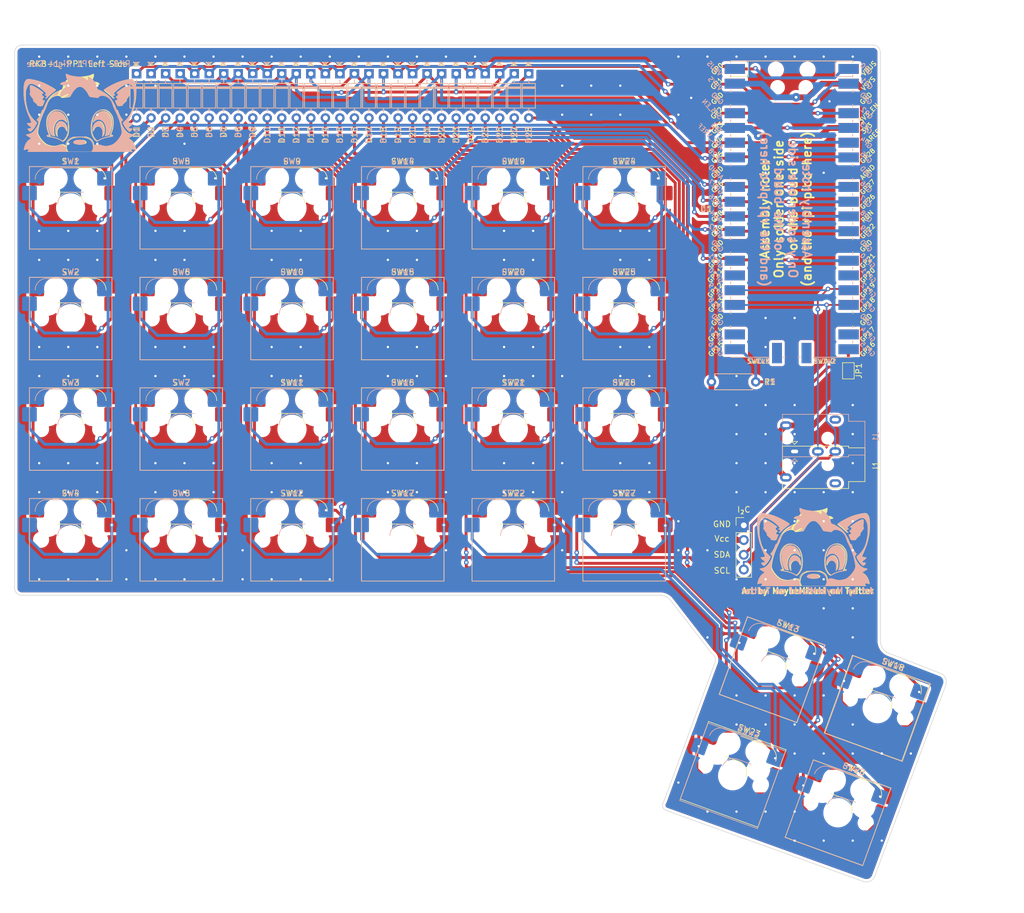
<source format=kicad_pcb>
(kicad_pcb (version 20211014) (generator pcbnew)
  (layers (0 "F.Cu" signal) (31 "B.Cu" signal) (34 "B.Paste" user) (35 "F.Paste" user) (36 "B.SilkS" user "B.Silkscreen") (37 "F.SilkS" user "F.Silkscreen") (38 "B.Mask" user) (39 "F.Mask" user) (44 "Edge.Cuts" user))
  (net 0 "")
  (net 1 "Net-(D1-Pad2)")
  (net 2 "Net-(D2-Pad2)")
  (net 3 "Net-(D3-Pad2)")
  (net 4 "Net-(D4-Pad2)")
  (net 5 "Net-(D5-Pad2)")
  (net 6 "Net-(D6-Pad2)")
  (net 7 "Net-(D7-Pad2)")
  (net 8 "Net-(D8-Pad2)")
  (net 9 "Net-(D9-Pad2)")
  (net 10 "Net-(D10-Pad2)")
  (net 11 "Net-(D11-Pad2)")
  (net 12 "Net-(D12-Pad2)")
  (net 13 "Net-(D13-Pad2)")
  (net 14 "Net-(D14-Pad2)")
  (net 15 "Net-(D15-Pad2)")
  (net 16 "Net-(D16-Pad2)")
  (net 17 "Net-(D17-Pad2)")
  (net 18 "Net-(D18-Pad2)")
  (net 19 "Net-(D19-Pad2)")
  (net 20 "Net-(D20-Pad2)")
  (net 21 "Net-(D21-Pad2)")
  (net 22 "Net-(D22-Pad2)")
  (net 23 "Net-(D23-Pad2)")
  (net 24 "Net-(D24-Pad2)")
  (net 25 "Net-(D25-Pad2)")
  (net 26 "Net-(D26-Pad2)")
  (net 27 "Net-(D27-Pad2)")
  (net 28 "Net-(D28-Pad2)")
  (net 29 "/SCL")
  (net 30 "/SDA")
  (net 31 "+5V")
  (net 32 "GND")
  (net 33 "Net-(JP1-Pad1)")
  (net 34 "+3V3")
  (net 50 "/VBUS")
  (net 53 "/ROW0")
  (net 54 "/ROW1")
  (net 55 "/ROW2")
  (net 56 "/ROW3")
  (net 57 "/ROW4")
  (net 58 "/COL0")
  (net 59 "/COL1")
  (net 60 "/COL2")
  (net 61 "/COL3")
  (net 62 "/COL4")
  (net 63 "/COL5")
  (footprint "Diode_THT:D_DO-35_SOD27_P7.62mm_Horizontal" (layer "F.Cu") (at 56.75 42.94 -90)
    (fp_text reference "D9")
    (fp_text value "D_Small")
  )
  (footprint "Switch_Keyboard_Hotswap_Kailh:SW_Hotswap_Kailh_MX_1.00u" (layer "F.Cu") (at 63.5 104.14)
    (fp_text reference "SW11")
    (fp_text value "SW_Push_45deg")
  )
  (footprint "Switch_Keyboard_Hotswap_Kailh:SW_Hotswap_Kailh_MX_1.00u" (layer "F.Cu") (at 146.14 145.58 -20)
    (fp_text reference "SW13")
    (fp_text value "SW_Push_45deg")
  )
  (footprint "Diode_THT:D_DO-35_SOD27_P7.62mm_Horizontal" (layer "F.Cu") (at 71.75 42.94 -90)
    (fp_text reference "D15")
    (fp_text value "D_Small")
  )
  (footprint "Diode_THT:D_DO-35_SOD27_P7.62mm_Horizontal" (layer "F.Cu") (at 54.25 42.94 -90)
    (fp_text reference "D8")
    (fp_text value "D_Small")
  )
  (footprint "Switch_Keyboard_Hotswap_Kailh:SW_Hotswap_Kailh_MX_1.00u" (layer "F.Cu") (at 101.6 123.19)
    (fp_text reference "SW22")
    (fp_text value "SW_Push_45deg")
  )
  (footprint "Switch_Keyboard_Hotswap_Kailh:SW_Hotswap_Kailh_MX_1.00u" (layer "F.Cu") (at 25.4 85.09)
    (fp_text reference "SW2")
    (fp_text value "SW_Push_45deg")
  )
  (footprint "Diode_THT:D_DO-35_SOD27_P7.62mm_Horizontal" (layer "F.Cu") (at 96.75 42.94 -90)
    (fp_text reference "D25")
    (fp_text value "D_Small")
  )
  (footprint "Diode_THT:D_DO-35_SOD27_P7.62mm_Horizontal" (layer "F.Cu") (at 41.75 42.94 -90)
    (fp_text reference "D3")
    (fp_text value "D_Small")
  )
  (footprint "Switch_Keyboard_Hotswap_Kailh:SW_Hotswap_Kailh_MX_1.00u" (layer "F.Cu") (at 63.5 85.09)
    (fp_text reference "SW10")
    (fp_text value "SW_Push_45deg")
  )
  (footprint "Diode_THT:D_DO-35_SOD27_P7.62mm_Horizontal" (layer "F.Cu") (at 49.25 42.94 -90)
    (fp_text reference "D6")
    (fp_text value "D_Small")
  )
  (footprint "Diode_THT:D_DO-35_SOD27_P7.62mm_Horizontal" (layer "F.Cu") (at 99.25 42.94 -90)
    (fp_text reference "D26")
    (fp_text value "D_Small")
  )
  (footprint "Diode_THT:D_DO-35_SOD27_P7.62mm_Horizontal" (layer "F.Cu") (at 44.25 42.94 -90)
    (fp_text reference "D4")
    (fp_text value "D_Small")
  )
  (footprint "Switch_Keyboard_Hotswap_Kailh:SW_Hotswap_Kailh_MX_1.00u" (layer "F.Cu") (at 139.43 163.59 -20)
    (fp_text reference "SW23")
    (fp_text value "SW_Push_45deg")
  )
  (footprint "Switch_Keyboard_Hotswap_Kailh:SW_Hotswap_Kailh_MX_1.00u" (layer "F.Cu") (at 44.45 104.14)
    (fp_text reference "SW7")
    (fp_text value "SW_Push_45deg")
  )
  (footprint "Switch_Keyboard_Hotswap_Kailh:SW_Hotswap_Kailh_MX_1.00u" (layer "F.Cu") (at 82.55 66.04)
    (fp_text reference "SW14")
    (fp_text value "SW_Push_45deg")
  )
  (footprint "Switch_Keyboard_Hotswap_Kailh:SW_Hotswap_Kailh_MX_1.00u" (layer "F.Cu") (at 157.48 170.18 -20)
    (fp_text reference "SW28")
    (fp_text value "SW_Push_45deg")
  )
  (footprint "Diode_THT:D_DO-35_SOD27_P7.62mm_Horizontal" (layer "F.Cu") (at 69.25 42.94 -90)
    (fp_text reference "D14")
    (fp_text value "D_Small")
  )
  (footprint "Switch_Keyboard_Hotswap_Kailh:SW_Hotswap_Kailh_MX_1.00u" (layer "F.Cu") (at 120.65 104.14)
    (fp_text reference "SW26")
    (fp_text value "SW_Push_45deg")
  )
  (footprint "Switch_Keyboard_Hotswap_Kailh:SW_Hotswap_Kailh_MX_1.00u" (layer "F.Cu") (at 44.45 123.19)
    (fp_text reference "SW8")
    (fp_text value "SW_Push_45deg")
  )
  (footprint "Jumper:SolderJumper-2_P1.3mm_Bridged2Bar_Pad1.0x1.5mm" (layer "F.Cu") (at 159.25 94.1 -90)
    (fp_text reference "JP1")
    (fp_text value "No Stuff on left half")
  )
  (footprint "Switch_Keyboard_Hotswap_Kailh:SW_Hotswap_Kailh_MX_1.00u" (layer "F.Cu") (at 44.45 66.04)
    (fp_text reference "SW5")
    (fp_text value "SW_Push_45deg")
  )
  (footprint "Symbols:lotte-peekabu" (layer "F.Cu") (at 153.25 124.25)
    (fp_text reference "G***" hide)
    (fp_text value "LOGO" hide)
  )
  (footprint "Diode_THT:D_DO-35_SOD27_P7.62mm_Horizontal" (layer "F.Cu") (at 79.25 42.94 -90)
    (fp_text reference "D18")
    (fp_text value "D_Small")
  )
  (footprint "Diode_THT:D_DO-35_SOD27_P7.62mm_Horizontal" (layer "F.Cu") (at 104.25 42.94 -90)
    (fp_text reference "D28")
    (fp_text value "D_Small")
  )
  (footprint "Switch_Keyboard_Hotswap_Kailh:SW_Hotswap_Kailh_MX_1.00u" (layer "F.Cu") (at 63.5 123.19)
    (fp_text reference "SW12")
    (fp_text value "SW_Push_45deg")
  )
  (footprint "Diode_THT:D_DO-35_SOD27_P7.62mm_Horizontal" (layer "F.Cu") (at 86.75 42.94 -90)
    (fp_text reference "D21")
    (fp_text value "D_Small")
  )
  (footprint "Switch_Keyboard_Hotswap_Kailh:SW_Hotswap_Kailh_MX_1.00u" (layer "F.Cu") (at 120.65 85.09)
    (fp_text reference "SW25")
    (fp_text value "SW_Push_45deg")
  )
  (footprint "Switch_Keyboard_Hotswap_Kailh:SW_Hotswap_Kailh_MX_1.00u" (layer "F.Cu") (at 101.6 104.14)
    (fp_text reference "SW21")
    (fp_text value "SW_Push_45deg")
  )
  (footprint "Diode_THT:D_DO-35_SOD27_P7.62mm_Horizontal" (layer "F.Cu") (at 81.75 42.94 -90)
    (fp_text reference "D19")
    (fp_text value "D_Small")
  )
  (footprint "Diode_THT:D_DO-35_SOD27_P7.62mm_Horizontal" (layer "F.Cu") (at 91.75 42.94 -90)
    (fp_text reference "D23")
    (fp_text value "D_Small")
  )
  (footprint "Switch_Keyboard_Hotswap_Kailh:SW_Hotswap_Kailh_MX_1.00u" (layer "F.Cu") (at 44.45 85.09)
    (fp_text reference "SW6")
    (fp_text value "SW_Push_45deg")
  )
  (footprint "Diode_THT:D_DO-35_SOD27_P7.62mm_Horizontal" (layer "F.Cu") (at 36.75 42.94 -90)
    (fp_text reference "D1")
    (fp_text value "D_Small")
  )
  (footprint "rpi-pico:RPi_Pico_SMD_TH" (layer "F.Cu") (at 149.5 66.25)
    (fp_text reference "U1")
    (fp_text value "Pico")
  )
  (footprint "Switch_Keyboard_Hotswap_Kailh:SW_Hotswap_Kailh_MX_1.00u" (layer "F.Cu") (at 164.2 152.18 -20)
    (fp_text reference "SW18")
    (fp_text value "SW_Push_45deg")
  )
  (footprint "Diode_THT:D_DO-35_SOD27_P7.62mm_Horizontal" (layer "F.Cu") (at 76.75 42.94 -90)
    (fp_text reference "D17")
    (fp_text value "D_Small")
  )
  (footprint "Diode_THT:D_DO-35_SOD27_P7.62mm_Horizontal" (layer "F.Cu") (at 84.25 42.94 -90)
    (fp_text reference "D20")
    (fp_text value "D_Small")
  )
  (footprint "Switch_Keyboard_Hotswap_Kailh:SW_Hotswap_Kailh_MX_1.00u" (layer "F.Cu") (at 120.65 66.04)
    (fp_text reference "SW24")
    (fp_text value "SW_Push_45deg")
  )
  (footprint "Switch_Keyboard_Hotswap_Kailh:SW_Hotswap_Kailh_MX_1.00u" (layer "F.Cu") (at 25.4 104.14)
    (fp_text reference "SW3")
    (fp_text value "SW_Push_45deg")
  )
  (footprint "Resistor_THT:R_Axial_DIN0207_L6.3mm_D2.5mm_P7.62mm_Horizontal" (layer "F.Cu") (at 143.31 96 180)
    (fp_text reference "R1")
    (fp_text value "100kΩ")
  )
  (footprint "Diode_THT:D_DO-35_SOD27_P7.62mm_Horizontal" (layer "F.Cu") (at 46.75 42.94 -90)
    (fp_text reference "D5")
    (fp_text value "D_Small")
  )
  (footprint "Switch_Keyboard_Hotswap_Kailh:SW_Hotswap_Kailh_MX_1.00u" (layer "F.Cu") (at 101.6 85.09)
    (fp_text reference "SW20")
    (fp_text value "SW_Push_45deg")
  )
  (footprint "Diode_THT:D_DO-35_SOD27_P7.62mm_Horizontal" (layer "F.Cu") (at 61.75 42.94 -90)
    (fp_text reference "D11")
    (fp_text value "D_Small")
  )
  (footprint "Connector_Audio:Jack_3.5mm_PJ320E_Horizontal" (layer "F.Cu") (at 150 107.9675 -90)
    (fp_text reference "J1")
    (fp_text value "AudioJack4")
  )
  (footprint "Diode_THT:D_DO-35_SOD27_P7.62mm_Horizontal" (layer "F.Cu") (at 39.25 42.94 -90)
    (fp_text reference "D2")
    (fp_text value "D_Small")
  )
  (footprint "Switch_Keyboard_Hotswap_Kailh:SW_Hotswap_Kailh_MX_1.00u" (layer "F.Cu") (at 101.6 66.04)
    (fp_text reference "SW19")
    (fp_text value "SW_Push_45deg")
  )
  (footprint "Diode_THT:D_DO-35_SOD27_P7.62mm_Horizontal" (layer "F.Cu") (at 89.25 42.94 -90)
    (fp_text reference "D22")
    (fp_text value "D_Small")
  )
  (footprint "Diode_THT:D_DO-35_SOD27_P7.62mm_Horizontal" (layer "F.Cu") (at 74.25 42.94 -90)
    (fp_text reference "D16")
    (fp_text value "D_Small")
  )
  (footprint "Switch_Keyboard_Hotswap_Kailh:SW_Hotswap_Kailh_MX_1.00u" (layer "F.Cu") (at 82.55 85.09)
    (fp_text reference "SW15")
    (fp_text value "SW_Push_45deg")
  )
  (footprint "Connector_PinHeader_2.54mm:PinHeader_1x04_P2.54mm_Vertical" (layer "F.Cu") (at 141.25 120.7)
    (fp_text reference "REF**" hide)
    (fp_text value "PinHeader_1x04_P2.54mm_Vertical")
  )
  (footprint "Switch_Keyboard_Hotswap_Kailh:SW_Hotswap_Kailh_MX_1.00u" (layer "F.Cu") (at 82.55 123.19)
    (fp_text reference "SW17")
    (fp_text value "SW_Push_45deg")
  )
  (footprint "Diode_THT:D_DO-35_SOD27_P7.62mm_Horizontal" (layer "F.Cu") (at 66.75 42.94 -90)
    (fp_text reference "D13")
    (fp_text value "D_Small")
  )
  (footprint "Diode_THT:D_DO-35_SOD27_P7.62mm_Horizontal" (layer "F.Cu") (at 101.75 42.94 -90)
    (fp_text reference "D27")
    (fp_text value "D_Small")
  )
  (footprint "Diode_THT:D_DO-35_SOD27_P7.62mm_Horizontal" (layer "F.Cu") (at 64.25 42.94 -90)
    (fp_text reference "D12")
    (fp_text value "D_Small")
  )
  (footprint "Switch_Keyboard_Hotswap_Kailh:SW_Hotswap_Kailh_MX_1.00u" (layer "F.Cu") (at 120.65 123.19)
    (fp_text reference "SW27")
    (fp_text value "SW_Push_45deg")
  )
  (footprint "Switch_Keyboard_Hotswap_Kailh:SW_Hotswap_Kailh_MX_1.00u" (layer "F.Cu") (at 25.4 66.04)
    (fp_text reference "SW1")
    (fp_text value "SW_Push_45deg")
  )
  (footprint "Symbols:lotte-peekabu" (layer "F.Cu") (at 27 49.5)
    (fp_text reference "G***" hide)
    (fp_text value "LOGO" hide)
  )
  (footprint "Diode_THT:D_DO-35_SOD27_P7.62mm_Horizontal" (layer "F.Cu") (at 59.25 42.94 -90)
    (fp_text reference "D10")
    (fp_text value "D_Small")
  )
  (footprint "Diode_THT:D_DO-35_SOD27_P7.62mm_Horizontal" (layer "F.Cu") (at 51.75 42.94 -90)
    (fp_text reference "D7")
    (fp_text value "D_Small")
  )
  (footprint "Switch_Keyboard_Hotswap_Kailh:SW_Hotswap_Kailh_MX_1.00u" (layer "F.Cu") (at 63.5 66.04)
    (fp_text reference "SW9")
    (fp_text value "SW_Push_45deg")
  )
  (footprint "Diode_THT:D_DO-35_SOD27_P7.62mm_Horizontal" (layer "F.Cu") (at 94.25 42.94 -90)
    (fp_text reference "D24")
    (fp_text value "D_Small")
  )
  (footprint "Switch_Keyboard_Hotswap_Kailh:SW_Hotswap_Kailh_MX_1.00u" (layer "F.Cu") (at 25.4 123.19)
    (fp_text reference "SW4")
    (fp_text value "SW_Push_45deg")
  )
  (footprint "Switch_Keyboard_Hotswap_Kailh:SW_Hotswap_Kailh_MX_1.00u" (layer "F.Cu") (at 82.55 104.14)
    (fp_text reference "SW16")
    (fp_text value "SW_Push_45deg")
  )
  (footprint "Diode_THT:D_DO-35_SOD27_P7.62mm_Horizontal" (layer "B.Cu") (at 44.25 42.94 -90)
    (fp_text reference "D4")
    (fp_text value "D_Small")
  )
  (footprint "Switch_Keyboard_Hotswap_Kailh:SW_Hotswap_Kailh_MX_1.00u" (layer "B.Cu") (at 25.4 66.04 180)
    (fp_text reference "SW1")
    (fp_text value "SW_Push_45deg")
  )
  (footprint "Switch_Keyboard_Hotswap_Kailh:SW_Hotswap_Kailh_MX_1.00u" (layer "B.Cu") (at 82.55 66.04 180)
    (fp_text reference "SW14")
    (fp_text value "SW_Push_45deg")
  )
  (footprint "Switch_Keyboard_Hotswap_Kailh:SW_Hotswap_Kailh_MX_1.00u" (layer "B.Cu") (at 101.6 104.14 180)
    (fp_text reference "SW21")
    (fp_text value "SW_Push_45deg")
  )
  (footprint "Diode_THT:D_DO-35_SOD27_P7.62mm_Horizontal" (layer "B.Cu") (at 39.25 42.94 -90)
    (fp_text reference "D2")
    (fp_text value "D_Small")
  )
  (footprint "Diode_THT:D_DO-35_SOD27_P7.62mm_Horizontal" (layer "B.Cu") (at 49.25 42.94 -90)
    (fp_text reference "D6")
    (fp_text value "D_Small")
  )
  (footprint "Switch_Keyboard_Hotswap_Kailh:SW_Hotswap_Kailh_MX_1.00u" (layer "B.Cu") (at 44.45 66.04 180)
    (fp_text reference "SW5")
    (fp_text value "SW_Push_45deg")
  )
  (footprint "Diode_THT:D_DO-35_SOD27_P7.62mm_Horizontal" (layer "B.Cu") (at 104.25 42.94 -90)
    (fp_text reference "D28")
    (fp_text value "D_Small")
  )
  (footprint "Connector_Audio:Jack_3.5mm_PJ320E_Horizontal" (layer "B.Cu") (at 150 108 90)
    (fp_text reference "J1")
    (fp_text value "AudioJack4")
  )
  (footprint "Switch_Keyboard_Hotswap_Kailh:SW_Hotswap_Kailh_MX_1.00u" (layer "B.Cu") (at 44.45 104.14 180)
    (fp_text reference "SW7")
    (fp_text value "SW_Push_45deg")
  )
  (footprint "Diode_THT:D_DO-35_SOD27_P7.62mm_Horizontal" (layer "B.Cu") (at 66.75 42.94 -90)
    (fp_text reference "D13")
    (fp_text value "D_Small")
  )
  (footprint "Switch_Keyboard_Hotswap_Kailh:SW_Hotswap_Kailh_MX_1.00u" (layer "B.Cu") (at 101.6 85.09 180)
    (fp_text reference "SW20")
    (fp_text value "SW_Push_45deg")
  )
  (footprint "Switch_Keyboard_Hotswap_Kailh:SW_Hotswap_Kailh_MX_1.00u" (layer "B.Cu") (at 25.4 123.19 180)
    (fp_text reference "SW4")
    (fp_text value "SW_Push_45deg")
  )
  (footprint "Switch_Keyboard_Hotswap_Kailh:SW_Hotswap_Kailh_MX_1.00u" (layer "B.Cu") (at 120.65 104.14 180)
    (fp_text reference "SW26")
    (fp_text value "SW_Push_45deg")
  )
  (footprint "Switch_Keyboard_Hotswap_Kailh:SW_Hotswap_Kailh_MX_1.00u" (layer "B.Cu") (at 101.6 66.04 180)
    (fp_text reference "SW19")
    (fp_text value "SW_Push_45deg")
  )
  (footprint "Diode_THT:D_DO-35_SOD27_P7.62mm_Horizontal" (layer "B.Cu") (at 71.75 42.94 -90)
    (fp_text reference "D15")
    (fp_text value "D_Small")
  )
  (footprint "Diode_THT:D_DO-35_SOD27_P7.62mm_Horizontal" (layer "B.Cu") (at 81.75 42.94 -90)
    (fp_text reference "D19")
    (fp_text value "D_Small")
  )
  (footprint "Diode_THT:D_DO-35_SOD27_P7.62mm_Horizontal" (layer "B.Cu") (at 79.25 42.94 -90)
    (fp_text reference "D18")
    (fp_text value "D_Small")
  )
  (footprint "Symbols:lotte-peekabu" (layer "B.Cu") (at 153.25 124.25 180)
    (fp_text reference "G***" hide)
    (fp_text value "LOGO" hide)
  )
  (footprint "Switch_Keyboard_Hotswap_Kailh:SW_Hotswap_Kailh_MX_1.00u" (layer "B.Cu") (at 82.55 104.14 180)
    (fp_text reference "SW16")
    (fp_text value "SW_Push_45deg")
  )
  (footprint "Switch_Keyboard_Hotswap_Kailh:SW_Hotswap_Kailh_MX_1.00u" (layer "B.Cu") (at 25.4 104.14 180)
    (fp_text reference "SW3")
    (fp_text value "SW_Push_45deg")
  )
  (footprint "Switch_Keyboard_Hotswap_Kailh:SW_Hotswap_Kailh_MX_1.00u" (layer "B.Cu") (at 157.45 170.21 160)
    (fp_text reference "SW28")
    (fp_text value "SW_Push_45deg")
  )
  (footprint "Switch_Keyboard_Hotswap_Kailh:SW_Hotswap_Kailh_MX_1.00u" (layer "B.Cu") (at 120.65 85.09 180)
    (fp_text reference "SW25")
    (fp_text value "SW_Push_45deg")
  )
  (footprint "Diode_THT:D_DO-35_SOD27_P7.62mm_Horizontal" (layer "B.Cu") (at 89.25 42.94 -90)
    (fp_text reference "D22")
    (fp_text value "D_Small")
  )
  (footprint "Switch_Keyboard_Hotswap_Kailh:SW_Hotswap_Kailh_MX_1.00u" (layer "B.Cu") (at 82.55 123.19 180)
    (fp_text reference "SW17")
    (fp_text value "SW_Push_45deg")
  )
  (footprint "Diode_THT:D_DO-35_SOD27_P7.62mm_Horizontal" (layer "B.Cu") (at 96.75 42.94 -90)
    (fp_text reference "D25")
    (fp_text value "D_Small")
  )
  (footprint "Switch_Keyboard_Hotswap_Kailh:SW_Hotswap_Kailh_MX_1.00u" (layer "B.Cu") (at 44.45 123.19 180)
    (fp_text reference "SW8")
    (fp_text value "SW_Push_45deg")
  )
  (footprint "Diode_THT:D_DO-35_SOD27_P7.62mm_Horizontal" (layer "B.Cu") (at 41.75 42.94 -90)
    (fp_text reference "D3")
    (fp_text value "D_Small")
  )
  (footprint "Switch_Keyboard_Hotswap_Kailh:SW_Hotswap_Kailh_MX_1.00u" (layer "B.Cu") (at 101.6 123.19 180)
    (fp_text reference "SW22")
    (fp_text value "SW_Push_45deg")
  )
  (footprint "Switch_Keyboard_Hotswap_Kailh:SW_Hotswap_Kailh_MX_1.00u" (layer "B.Cu") (at 63.5 104.14 180)
    (fp_text reference "SW11")
    (fp_text value "SW_Push_45deg")
  )
  (footprint "Symbols:lotte-peekabu" (layer "B.Cu") (at 27 49.5 180)
    (fp_text reference "G***" hide)
    (fp_text value "LOGO" hide)
  )
  (footprint "Diode_THT:D_DO-35_SOD27_P7.62mm_Horizontal" (layer "B.Cu") (at 59.25 42.94 -90)
    (fp_text reference "D10")
    (fp_text value "D_Small")
  )
  (footprint "Diode_THT:D_DO-35_SOD27_P7.62mm_Horizontal" (layer "B.Cu") (at 99.25 42.94 -90)
    (fp_text reference "D26")
    (fp_text value "D_Small")
  )
  (footprint "Switch_Keyboard_Hotswap_Kailh:SW_Hotswap_Kailh_MX_1.00u" (layer "B.Cu") (at 44.45 85.09 180)
    (fp_text reference "SW6")
    (fp_text value "SW_Push_45deg")
  )
  (footprint "Diode_THT:D_DO-35_SOD27_P7.62mm_Horizontal" (layer "B.Cu") (at 76.75 42.94 -90)
    (fp_text reference "D17")
    (fp_text value "D_Small")
  )
  (footprint "Diode_THT:D_DO-35_SOD27_P7.62mm_Horizontal" (layer "B.Cu") (at 91.75 42.94 -90)
    (fp_text reference "D23")
    (fp_text value "D_Small")
  )
  (footprint "Switch_Keyboard_Hotswap_Kailh:SW_Hotswap_Kailh_MX_1.00u" (layer "B.Cu") (at 63.5 66.04 180)
    (fp_text reference "SW9")
    (fp_text value "SW_Push_45deg")
  )
  (footprint "Switch_Keyboard_Hotswap_Kailh:SW_Hotswap_Kailh_MX_1.00u" (layer "B.Cu") (at 82.55 85.09 180)
    (fp_text reference "SW15")
    (fp_text value "SW_Push_45deg")
  )
  (footprint "Switch_Keyboard_Hotswap_Kailh:SW_Hotswap_Kailh_MX_1.00u" (layer "B.Cu") (at 164.29 152.28 160)
    (fp_text reference "SW18")
    (fp_text value "SW_Push_45deg")
  )
  (footprint "Diode_THT:D_DO-35_SOD27_P7.62mm_Horizontal" (layer "B.Cu") (at 51.75 42.94 -90)
    (fp_text reference "D7")
    (fp_text value "D_Small")
  )
  (footprint "Diode_THT:D_DO-35_SOD27_P7.62mm_Horizontal" (layer "B.Cu") (at 54.25 42.94 -90)
    (fp_text reference "D8")
    (fp_text value "D_Small")
  )
  (footprint "Switch_Keyboard_Hotswap_Kailh:SW_Hotswap_Kailh_MX_1.00u" (layer "B.Cu") (at 139.33 163.83 160)
    (fp_text reference "SW23")
    (fp_text value "SW_Push_45deg")
  )
  (footprint "Diode_THT:D_DO-35_SOD27_P7.62mm_Horizontal" (layer "B.Cu") (at 74.25 42.94 -90)
    (fp_text reference "D16")
    (fp_text value "D_Small")
  )
  (footprint "Diode_THT:D_DO-35_SOD27_P7.62mm_Horizontal" (layer "B.Cu") (at 64.25 42.94 -90)
    (fp_text reference "D12")
    (fp_text value "D_Small")
  )
  (footprint "Switch_Keyboard_Hotswap_Kailh:SW_Hotswap_Kailh_MX_1.00u" (layer "B.Cu") (at 120.65 123.19 180)
    (fp_text reference "SW27")
    (fp_text value "SW_Push_45deg")
  )
  (footprint "Diode_THT:D_DO-35_SOD27_P7.62mm_Horizontal" (layer "B.Cu") (at 86.75 42.94 -90)
    (fp_text reference "D21")
    (fp_text value "D_Small")
  )
  (footprint "Diode_THT:D_DO-35_SOD27_P7.62mm_Horizontal" (layer "B.Cu") (at 101.75 42.94 -90)
    (fp_text reference "D27")
    (fp_text value "D_Small")
  )
  (footprint "Switch_Keyboard_Hotswap_Kailh:SW_Hotswap_Kailh_MX_1.00u" (layer "B.Cu") (at 63.5 85.09 180)
    (fp_text reference "SW10")
    (fp_text value "SW_Push_45deg")
  )
  (footprint "Diode_THT:D_DO-35_SOD27_P7.62mm_Horizontal" (layer "B.Cu") (at 94.25 42.94 -90)
    (fp_text reference "D24")
    (fp_text value "D_Small")
  )
  (footprint "Switch_Keyboard_Hotswap_Kailh:SW_Hotswap_Kailh_MX_1.00u" (layer "B.Cu") (at 25.4 85.09 180)
    (fp_text reference "SW2")
    (fp_text value "SW_Push_45deg")
  )
  (footprint "Diode_THT:D_DO-35_SOD27_P7.62mm_Horizontal" (layer "B.Cu") (at 56.75 42.94 -90)
    (fp_text reference "D9")
    (fp_text value "D_Small")
  )
  (footprint "Switch_Keyboard_Hotswap_Kailh:SW_Hotswap_Kailh_MX_1.00u" (layer "B.Cu") (at 120.65 66.04 180)
    (fp_text reference "SW24")
    (fp_text value "SW_Push_45deg")
  )
  (footprint "Diode_THT:D_DO-35_SOD27_P7.62mm_Horizontal" (layer "B.Cu") (at 61.75 42.94 -90)
    (fp_text reference "D11")
    (fp_text value "D_Small")
  )
  (footprint "Diode_THT:D_DO-35_SOD27_P7.62mm_Horizontal" (layer "B.Cu") (at 36.75 42.94 -90)
    (fp_text reference "D1")
    (fp_text value "D_Small")
  )
  (footprint "rpi-pico:RPi_Pico_SMD_TH" (layer "B.Cu") (at 149.5 66.25 180)
    (fp_text reference "U1")
    (fp_text value "Pico")
  )
  (footprint "Switch_Keyboard_Hotswap_Kailh:SW_Hotswap_Kailh_MX_1.00u" (layer "B.Cu") (at 63.5 123.19 180)
    (fp_text reference "SW12")
    (fp_text value "SW_Push_45deg")
  )
  (footprint "Resistor_THT:R_Axial_DIN0207_L6.3mm_D2.5mm_P7.62mm_Horizontal" (layer "B.Cu") (at 143.31 96 180)
    (fp_text reference "R1")
    (fp_text value "100kΩ")
  )
  (footprint "Diode_THT:D_DO-35_SOD27_P7.62mm_Horizontal" (layer "B.Cu") (at 69.25 42.94 -90)
    (fp_text reference "D14")
    (fp_text value "D_Small")
  )
  (footprint "Diode_THT:D_DO-35_SOD27_P7.62mm_Horizontal" (layer "B.Cu") (at 46.75 42.94 -90)
    (fp_text reference "D5")
    (fp_text value "D_Small")
  )
  (footprint "Switch_Keyboard_Hotswap_Kailh:SW_Hotswap_Kailh_MX_1.00u" (layer "B.Cu") (at 146.11 145.52 160)
    (fp_text reference "SW13")
    (fp_text value "SW_Push_45deg")
  )
  (footprint "Diode_THT:D_DO-35_SOD27_P7.62mm_Horizontal" (layer "B.Cu") (at 84.25 42.94 -90)
    (fp_text reference "D20")
    (fp_text value "D_Small")
  )
  (gr_arc (start 15.75 39.25) (mid 16.116117 38.366117) (end 17 38) (layer "Edge.Cuts") (width 0.1))
  (gr_arc (start 127 132.75) (mid 127.991047 133.046923) (end 128.75 133.75) (layer "Edge.Cuts") (width 0.1))
  (gr_line (start 164.75 39.25) (end 164.767588 140.752513) (layer "Edge.Cuts") (width 0.1))
  (gr_line (start 17 38) (end 163.5 38) (layer "Edge.Cuts") (width 0.1))
  (gr_line (start 176 148.25) (end 163.75 181.25) (layer "Edge.Cuts") (width 0.1))
  (gr_line (start 127.5 168.25) (end 136.233538 144.5) (layer "Edge.Cuts") (width 0.1))
  (gr_line (start 127 132.75) (end 17 132.75) (layer "Edge.Cuts") (width 0.1))
  (gr_line (start 135.75 142.75) (end 128.75 133.75) (layer "Edge.Cuts") (width 0.1))
  (gr_arc (start 135.75 142.75) (mid 136.325562 143.53277) (end 136.233538 144.5) (layer "Edge.Cuts") (width 0.1))
  (gr_arc (start 127.75 169.75) (mid 127.281593 169.057239) (end 127.5 168.25) (layer "Edge.Cuts") (width 0.1))
  (gr_arc (start 166.25 142.75) (mid 165.213046 141.970748) (end 164.767588 140.752513) (layer "Edge.Cuts") (width 0.1))
  (gr_arc (start 163.5 38) (mid 164.383883 38.366117) (end 164.75 39.25) (layer "Edge.Cuts") (width 0.1))
  (gr_line (start 166.25 142.75) (end 175.25 146.25) (layer "Edge.Cuts") (width 0.1))
  (gr_arc (start 163.75 181.25) (mid 162.898791 182.021771) (end 161.75 182) (layer "Edge.Cuts") (width 0.1))
  (gr_arc (start 175.25 146.25) (mid 176.011737 147.104972) (end 176 148.25) (layer "Edge.Cuts") (width 0.1))
  (gr_line (start 161.75 182) (end 127.75 169.75) (layer "Edge.Cuts") (width 0.1))
  (gr_line (start 15.75 131.5) (end 15.75 39.25) (layer "Edge.Cuts") (width 0.1))
  (gr_arc (start 17 132.75) (mid 16.116117 132.383883) (end 15.75 131.5) (layer "Edge.Cuts") (width 0.1))
  (gr_text "Art by MaybeMizuki on Twitter" (at 152.25 132) (layer "B.SilkS") (effects (font (size 1 1) (thickness 0.25)) (justify mirror)))
  (gr_text "RKB-1-PP1 Right Side" (at 26.75 41.238228) (layer "B.SilkS") (effects (font (size 1 1)) (justify mirror)))
  (gr_text "Assembly note:\nOnly solder one side\nof the board\n(and the rpi pico here)" (at 148.5 66.25 -90) (layer "B.SilkS") (effects (font (size 1.5 1.5) (thickness 0.3)) (justify mirror)))
  (gr_text "SDA\n" (at 137.5 125.75) (layer "F.SilkS") (effects (font (size 1 1))))
  (gr_text "Art by MaybeMizuki on Twitter" (at 152.25 132) (layer "F.SilkS") (effects (font (size 1 1) (thickness 0.25))))
  (gr_text "GND" (at 137.5 120.5) (layer "F.SilkS") (effects (font (size 1 1))))
  (gr_text "SCL\n" (at 137.5 128.5) (layer "F.SilkS") (effects (font (size 1 1))))
  (gr_text "I₂C" (at 141.25 118) (layer "F.SilkS") (effects (font (size 1 1))))
  (gr_text "Assembly note:\nOnly solder one side\nof the board\n(and the rpi pico here)" (at 148.5 66.25 90) (layer "F.SilkS") (effects (font (size 1.5 1.5) (thickness 0.3))))
  (gr_text "Vcc" (at 137.5 123) (layer "F.SilkS") (effects (font (size 1 1))))
  (gr_text "RKB-1-PP1 Left Side" (at 26.75 41.25) (layer "F.SilkS") (effects (font (size 1 1))))
  (segment (start 32.485 66.265) (end 32.485 63.5) (width 0.5) (layer "F.Cu") (net 1))
  (segment (start 32.485 54.515) (end 36.44 50.56) (width 0.5) (layer "F.Cu") (net 1))
  (segment (start 36.44 50.56) (end 36.75 50.56) (width 0.5) (layer "F.Cu") (net 1))
  (segment (start 32.485 63.5) (end 32.485 54.515) (width 0.5) (layer "F.Cu") (net 1))
  (segment (start 30.75 68) (end 32.485 66.265) (width 0.5) (layer "F.Cu") (net 1))
  (via (at 30.75 68) (size 0.8) (drill 0.4) (layers "F.Cu" "B.Cu") (net 1))
  (segment (start 20.873997 68.543521) (end 30.206479 68.543521) (width 0.5) (layer "B.Cu") (net 1))
  (segment (start 18.315 63.5) (end 18.315 65.984524) (width 0.5) (layer "B.Cu") (net 1))
  (segment (start 30.206479 68.543521) (end 30.75 68) (width 0.5) (layer "B.Cu") (net 1))
  (segment (start 18.315 65.984524) (end 20.873997 68.543521) (width 0.5) (layer "B.Cu") (net 1))
  (segment (start 32.485 85.034524) (end 32.485 82.55) (width 0.5) (layer "F.Cu") (net 2))
  (segment (start 30.769524 86.75) (end 32.485 85.034524) (width 0.5) (layer "F.Cu") (net 2))
  (segment (start 30.75 86.75) (end 30.769524 86.75) (width 0.5) (layer "F.Cu") (net 2))
  (segment (start 34.20952 80.82548) (end 34.20952 55.60048) (width 0.5) (layer "F.Cu") (net 2))
  (segment (start 34.20952 55.60048) (end 39.25 50.56) (width 0.5) (layer "F.Cu") (net 2))
  (segment (start 32.485 82.55) (end 34.20952 80.82548) (width 0.5) (layer "F.Cu") (net 2))
  (via (at 30.75 86.75) (size 0.8) (drill 0.4) (layers "F.Cu" "B.Cu") (net 2))
  (segment (start 18.315 85.034524) (end 20.873997 87.593521) (width 0.5) (layer "B.Cu") (net 2))
  (segment (start 18.315 82.55) (end 18.315 85.034524) (width 0.5) (layer "B.Cu") (net 2))
  (segment (start 29.906479 87.593521) (end 30.75 86.75) (width 0.5) (layer "B.Cu") (net 2))
  (segment (start 20.873997 87.593521) (end 29.906479 87.593521) (width 0.5) (layer "B.Cu") (net 2))
  (segment (start 30.5 105.75) (end 30.819524 105.75) (width 0.5) (layer "F.Cu") (net 3))
  (segment (start 32.485 101.6) (end 34.90904 99.17596) (width 0.5) (layer "F.Cu") (net 3))
  (segment (start 32.485 104.084524) (end 32.485 101.6) (width 0.5) (layer "F.Cu") (net 3))
  (segment (start 34.90904 57.40096) (end 41.75 50.56) (width 0.5) (layer "F.Cu") (net 3))
  (segment (start 34.90904 99.17596) (end 34.90904 57.40096) (width 0.5) (layer "F.Cu") (net 3))
  (segment (start 30.819524 105.75) (end 32.485 104.084524) (width 0.5) (layer "F.Cu") (net 3))
  (via (at 30.5 105.75) (size 0.8) (drill 0.4) (layers "F.Cu" "B.Cu") (net 3))
  (segment (start 29.5 106.75) (end 30.5 105.75) (width 0.5) (layer "B.Cu") (net 3))
  (segment (start 18.315 104.084524) (end 20.980476 106.75) (width 0.5) (layer "B.Cu") (net 3))
  (segment (start 18.315 101.6) (end 18.315 104.084524) (width 0.5) (layer "B.Cu") (net 3))
  (segment (start 20.980476 106.75) (end 29.5 106.75) (width 0.5) (layer "B.Cu") (net 3))
  (segment (start 35.608559 59.201441) (end 44.25 50.56) (width 0.5) (layer "F.Cu") (net 4))
  (segment (start 35.608559 117.526441) (end 35.608559 59.201441) (width 0.5) (layer "F.Cu") (net 4))
  (segment (start 32.485 120.65) (end 35.608559 117.526441) (width 0.5) (layer "F.Cu") (net 4))
  (via (at 32.485 120.65) (size 0.8) (drill 0.4) (layers "F.Cu" "B.Cu") (net 4))
  (segment (start 18.315 123.134524) (end 20.873997 125.693521) (width 0.5) (layer "B.Cu") (net 4))
  (segment (start 20.873997 125.693521) (end 29.926003 125.693521) (width 0.5) (layer "B.Cu") (net 4))
  (segment (start 18.315 120.65) (end 18.315 123.134524) (width 0.5) (layer "B.Cu") (net 4))
  (segment (start 29.926003 125.693521) (end 32.485 123.134524) (width 0.5) (layer "B.Cu") (net 4))
  (segment (start 32.485 123.134524) (end 32.485 120.65) (width 0.5) (layer "B.Cu") (net 4))
  (segment (start 46.75 56.216609) (end 46.75 50.56) (width 0.5) (layer "F.Cu") (net 5))
  (segment (start 49.5 68) (end 49.519524 68) (width 0.5) (layer "F.Cu") (net 5))
  (segment (start 51.535 61.001609) (end 46.75 56.216609) (width 0.5) (layer "F.Cu") (net 5))
  (segment (start 51.535 65.984524) (end 51.535 63.5) (width 0.5) (layer "F.Cu") (net 5))
  (segment (start 49.519524 68) (end 51.535 65.984524) (width 0.5) (layer "F.Cu") (net 5))
  (segment (start 51.535 63.5) (end 51.535 61.001609) (width 0.5) (layer "F.Cu") (net 5))
  (via (at 49.5 68) (size 0.8) (drill 0.4) (layers "F.Cu" "B.Cu") (net 5))
  (segment (start 37.365 65.984524) (end 39.923997 68.543521) (width 0.5) (layer "B.Cu") (net 5))
  (segment (start 39.923997 68.543521) (end 48.956479 68.543521) (width 0.5) (layer "B.Cu") (net 5))
  (segment (start 48.956479 68.543521) (end 49.5 68) (width 0.5) (layer "B.Cu") (net 5))
  (segment (start 37.365 63.5) (end 37.365 65.984524) (width 0.5) (layer "B.Cu") (net 5))
  (segment (start 49.25 57.25) (end 49.25 50.56) (width 0.5) (layer "F.Cu") (net 6))
  (segment (start 53.25952 80.82548) (end 53.25952 61.25952) (width 0.5) (layer "F.Cu") (net 6))
  (segment (start 51.535 82.55) (end 53.25952 80.82548) (width 0.5) (layer "F.Cu") (net 6))
  (segment (start 53.25952 61.25952) (end 49.25 57.25) (width 0.5) (layer "F.Cu") (net 6))
  (segment (start 50 86.75) (end 51.535 85.215) (width 0.5) (layer "F.Cu") (net 6))
  (segment (start 51.535 85.215) (end 51.535 82.55) (width 0.5) (layer "F.Cu") (net 6))
  (via (at 50 86.75) (size 0.8) (drill 0.4) (layers "F.Cu" "B.Cu") (net 6))
  (segment (start 37.365 82.55) (end 37.365 85.034524) (width 0.5) (layer "B.Cu") (net 6))
  (segment (start 37.365 85.034524) (end 40.330476 88) (width 0.5) (layer "B.Cu") (net 6))
  (segment (start 40.330476 88) (end 48.75 88) (width 0.5) (layer "B.Cu") (net 6))
  (segment (start 48.75 88) (end 50 86.75) (width 0.5) (layer "B.Cu") (net 6))
  (segment (start 51.535 104.084524) (end 51.535 101.6) (width 0.5) (layer "F.Cu") (net 7))
  (segment (start 53.959039 99.175961) (end 53.959039 60.709039) (width 0.5) (layer "F.Cu") (net 7))
  (segment (start 51.535 101.6) (end 53.959039 99.175961) (width 0.5) (layer "F.Cu") (net 7))
  (segment (start 49.75 105.75) (end 49.869524 105.75) (width 0.5) (layer "F.Cu") (net 7))
  (segment (start 53.959039 60.709039) (end 51.75 58.5) (width 0.5) (layer "F.Cu") (net 7))
  (segment (start 51.75 58.5) (end 51.75 50.56) (width 0.5) (layer "F.Cu") (net 7))
  (segment (start 49.869524 105.75) (end 51.535 104.084524) (width 0.5) (layer "F.Cu") (net 7))
  (via (at 49.75 105.75) (size 0.8) (drill 0.4) (layers "F.Cu" "B.Cu") (net 7))
  (segment (start 48.75 106.75) (end 49.75 105.75) (width 0.5) (layer "B.Cu") (net 7))
  (segment (start 37.365 101.6) (end 37.365 104.084524) (width 0.5) (layer "B.Cu") (net 7))
  (segment (start 37.365 104.084524) (end 40.030476 106.75) (width 0.5) (layer "B.Cu") (net 7))
  (segment (start 40.030476 106.75) (end 48.75 106.75) (width 0.5) (layer "B.Cu") (net 7))
  (segment (start 54.25 58.75) (end 54.25 50.56) (width 0.5) (layer "F.Cu") (net 8))
  (segment (start 51.535 120.65) (end 54.658558 117.526442) (width 0.5) (layer "F.Cu") (net 8))
  (segment (start 54.658558 117.526442) (end 54.658558 59.158558) (width 0.5) (layer "F.Cu") (net 8))
  (segment (start 54.658558 59.158558) (end 54.25 58.75) (width 0.5) (layer "F.Cu") (net 8))
  (via (at 51.535 120.65) (size 0.8) (drill 0.4) (layers "F.Cu" "B.Cu") (net 8))
  (segment (start 51.535 123.134524) (end 51.535 120.65) (width 0.5) (layer "B.Cu") (net 8))
  (segment (start 37.365 123.134524) (end 39.923997 125.693521) (width 0.5) (layer "B.Cu") (net 8))
  (segment (start 39.923997 125.693521) (end 48.976003 125.693521) (width 0.5) (layer "B.Cu") (net 8))
  (segment (start 37.365 120.65) (end 37.365 123.134524) (width 0.5) (layer "B.Cu") (net 8))
  (segment (start 48.976003 125.693521) (end 51.535 123.134524) (width 0.5) (layer "B.Cu") (net 8))
  (segment (start 67.583391 58) (end 57 58) (width 0.5) (layer "F.Cu") (net 9))
  (segment (start 69 67.75) (end 70.585 66.165) (width 0.5) (layer "F.Cu") (net 9))
  (segment (start 70.585 61.001609) (end 67.583391 58) (width 0.5) (layer "F.Cu") (net 9))
  (segment (start 57 58) (end 56.75 57.75) (width 0.5) (layer "F.Cu") (net 9))
  (segment (start 70.585 66.165) (end 70.585 63.5) (width 0.5) (layer "F.Cu") (net 9))
  (segment (start 70.585 63.5) (end 70.585 61.001609) (width 0.5) (layer "F.Cu") (net 9))
  (segment (start 56.75 57.75) (end 56.75 50.56) (width 0.5) (layer "F.Cu") (net 9))
  (via (at 69 67.75) (size 0.8) (drill 0.4) (layers "F.Cu" "B.Cu") (net 9))
  (segment (start 58.973997 68.543521) (end 68.206479 68.543521) (width 0.5) (layer "B.Cu") (net 9))
  (segment (start 56.415 63.5) (end 56.415 65.984524) (width 0.5) (layer "B.Cu") (net 9))
  (segment (start 68.206479 68.543521) (end 69 67.75) (width 0.5) (layer "B.Cu") (net 9))
  (segment (start 56.415 65.984524) (end 58.973997 68.543521) (width 0.5) (layer "B.Cu") (net 9))
  (segment (start 67.822661 57.25) (end 60.25 57.25) (width 0.5) (layer "F.Cu") (net 10))
  (segment (start 72.30952 61.736859) (end 67.822661 57.25) (width 0.5) (layer "F.Cu") (net 10))
  (segment (start 72.30952 80.82548) (end 72.30952 61.736859) (width 0.5) (layer "F.Cu") (net 10))
  (segment (start 70.585 85.165) (end 70.585 82.55) (width 0.5) (layer "F.Cu") (net 10))
  (segment (start 70.585 82.55) (end 72.30952 80.82548) (width 0.5) (layer "F.Cu") (net 10))
  (segment (start 60.25 57.25) (end 59.25 56.25) (width 0.5) (layer "F.Cu") (net 10))
  (segment (start 59.25 56.25) (end 59.25 50.56) (width 0.5) (layer "F.Cu") (net 10))
  (segment (start 69 86.75) (end 70.585 85.165) (width 0.5) (layer "F.Cu") (net 10))
  (via (at 69 86.75) (size 0.8) (drill 0.4) (layers "F.Cu" "B.Cu") (net 10))
  (segment (start 56.415 82.55) (end 56.415 85.034524) (width 0.5) (layer "B.Cu") (net 10))
  (segment (start 59.130476 87.75) (end 68 87.75) (width 0.5) (layer "B.Cu") (net 10))
  (segment (start 68 87.75) (end 69 86.75) (width 0.5) (layer "B.Cu") (net 10))
  (segment (start 56.415 85.034524) (end 59.130476 87.75) (width 0.5) (layer "B.Cu") (net 10))
  (segment (start 73.009039 61.447108) (end 67.811931 56.25) (width 0.5) (layer "F.Cu") (net 11))
  (segment (start 61.75 56) (end 61.75 50.56) (width 0.5) (layer "F.Cu") (net 11))
  (segment (start 67.811931 56.25) (end 62 56.25) (width 0.5) (layer "F.Cu") (net 11))
  (segment (start 70.585 101.6) (end 73.009039 99.175961) (width 0.5) (layer "F.Cu") (net 11))
  (segment (start 70.585 104.165) (end 70.585 101.6) (width 0.5) (layer "F.Cu") (net 11))
  (segment (start 73.009039 99.175961) (end 73.009039 61.447108) (width 0.5) (layer "F.Cu") (net 11))
  (segment (start 62 56.25) (end 61.75 56) (width 0.5) (layer "F.Cu") (net 11))
  (segment (start 69 105.75) (end 70.585 104.165) (width 0.5) (layer "F.Cu") (net 11))
  (via (at 69 105.75) (size 0.8) (drill 0.4) (layers "F.Cu" "B.Cu") (net 11))
  (segment (start 68 106.75) (end 69 105.75) (width 0.5) (layer "B.Cu") (net 11))
  (segment (start 56.415 104.084524) (end 59.080476 106.75) (width 0.5) (layer "B.Cu") (net 11))
  (segment (start 59.080476 106.75) (end 68 106.75) (width 0.5) (layer "B.Cu") (net 11))
  (segment (start 56.415 101.6) (end 56.415 104.084524) (width 0.5) (layer "B.Cu") (net 11))
  (segment (start 73.708558 61.157357) (end 68.051201 55.5) (width 0.5) (layer "F.Cu") (net 12))
  (segment (start 73.708558 115.791442) (end 73.708558 61.157357) (width 0.5) (layer "F.Cu") (net 12))
  (segment (start 68.051201 55.5) (end 64.25 55.5) (width 0.5) (layer "F.Cu") (net 12))
  (segment (start 72 117.5) (end 73.708558 115.791442) (width 0.5) (layer "F.Cu") (net 12))
  (segment (start 64.25 55.5) (end 64.25 50.56) (width 0.5) (layer "F.Cu") (net 12))
  (via (at 72 117.5) (size 0.8) (drill 0.4) (layers "F.Cu" "B.Cu") (net 12))
  (via (at 70.585 120.65) (size 0.8) (drill 0.4) (layers "F.Cu" "B.Cu") (net 12))
  (segment (start 56.415 123.134524) (end 58.973997 125.693521) (width 0.5) (layer "B.Cu") (net 12))
  (segment (start 68.306479 125.693521) (end 70.585 123.415) (width 0.5) (layer "B.Cu") (net 12))
  (segment (start 70.585 123.415) (end 70.585 120.65) (width 0.5) (layer "B.Cu") (net 12))
  (segment (start 56.415 120.65) (end 56.415 123.134524) (width 0.5) (layer "B.Cu") (net 12))
  (segment (start 70.585 120.65) (end 72 119.235) (width 0.5) (layer "B.Cu") (net 12))
  (segment (start 58.973997 125.693521) (end 68.306479 125.693521) (width 0.5) (layer "B.Cu") (net 12))
  (segment (start 72 119.235) (end 72 117.5) (width 0.5) (layer "B.Cu") (net 12))
  (segment (start 153.636453 146.544172) (end 153.636453 145.556393) (width 0.5) (layer "F.Cu") (net 13))
  (segment (start 66.75 53) (end 74.408078 60.658078) (width 0.5) (layer "F.Cu") (net 13))
  (segment (start 93.21025 128.69952) (end 129.508859 128.69952) (width 0.5) (layer "F.Cu") (net 13))
  (segment (start 139.95784 141.485219) (end 139.95784 144.383541) (width 0.5) (layer "F.Cu") (net 13))
  (segment (start 144.270282 148.695983) (end 151.484642 148.695983) (width 0.5) (layer "F.Cu") (net 13))
  (segment (start 93.01073 128.5) (end 93.21025 128.69952) (width 0.5) (layer "F.Cu") (net 13))
  (segment (start 129.508859 128.69952) (end 138.309339 137.5) (width 0.5) (layer "F.Cu") (net 13))
  (segment (start 140.499415 140.943644) (end 139.95784 141.485219) (width 0.5) (layer "F.Cu") (net 13))
  (segment (start 139.95784 144.383541) (end 144.270282 148.695983) (width 0.5) (layer "F.Cu") (net 13))
  (segment (start 151.484642 148.695983) (end 153.636453 146.544172) (width 0.5) (layer "F.Cu") (net 13))
  (segment (start 66.75 50.56) (end 66.75 53) (width 0.5) (layer "F.Cu") (net 13))
  (segment (start 74.408078 60.658078) (end 74.408078 128.5) (width 0.5) (layer "F.Cu") (net 13))
  (segment (start 138.309339 137.5) (end 139.75 137.5) (width 0.5) (layer "F.Cu") (net 13))
  (segment (start 74.408078 128.5) (end 93.01073 128.5) (width 0.5) (layer "F.Cu") (net 13))
  (via (at 140.499415 140.943644) (size 0.8) (drill 0.4) (layers "F.Cu" "B.Cu") (net 13))
  (via (at 139.75 137.5) (size 0.8) (drill 0.4) (layers "F.Cu" "B.Cu") (net 13))
  (segment (start 139.75 140.168959) (end 140.351009 140.769968) (width 0.5) (layer "B.Cu") (net 13))
  (segment (start 139.75 137.5) (end 139.75 140.168959) (width 0.5) (layer "B.Cu") (net 13))
  (segment (start 89.635 66.115) (end 89.635 63.5) (width 0.5) (layer "F.Cu") (net 14))
  (segment (start 88 67.75) (end 89.635 66.115) (width 0.5) (layer "F.Cu") (net 14))
  (segment (start 69.25 54.5) (end 69.25 50.56) (width 0.5) (layer "F.Cu") (net 14))
  (segment (start 73.018041 58.231959) (end 73 58.25) (width 0.5) (layer "F.Cu") (net 14))
  (segment (start 89.635 61.001609) (end 86.86535 58.231959) (width 0.5) (layer "F.Cu") (net 14))
  (segment (start 86.86535 58.231959) (end 73.018041 58.231959) (width 0.5) (layer "F.Cu") (net 14))
  (segment (start 73 58.25) (end 69.25 54.5) (width 0.5) (layer "F.Cu") (net 14))
  (segment (start 89.635 63.5) (end 89.635 61.001609) (width 0.5) (layer "F.Cu") (net 14))
  (via (at 88 67.75) (size 0.8) (drill 0.4) (layers "F.Cu" "B.Cu") (net 14))
  (segment (start 78.023997 68.543521) (end 87.206479 68.543521) (width 0.5) (layer "B.Cu") (net 14))
  (segment (start 87.206479 68.543521) (end 88 67.75) (width 0.5) (layer "B.Cu") (net 14))
  (segment (start 75.465 63.5) (end 75.465 65.984524) (width 0.5) (layer "B.Cu") (net 14))
  (segment (start 75.465 65.984524) (end 78.023997 68.543521) (width 0.5) (layer "B.Cu") (net 14))
  (segment (start 91.35952 61.736859) (end 87.122661 57.5) (width 0.5) (layer "F.Cu") (net 15))
  (segment (start 89.635 85.115) (end 89.635 82.55) (width 0.5) (layer "F.Cu") (net 15))
  (segment (start 88 86.75) (end 89.635 85.115) (width 0.5) (layer "F.Cu") (net 15))
  (segment (start 91.35952 80.82548) (end 91.35952 61.736859) (width 0.5) (layer "F.Cu") (net 15))
  (segment (start 89.635 82.55) (end 91.35952 80.82548) (width 0.5) (layer "F.Cu") (net 15))
  (segment (start 71.75 55.75) (end 71.75 50.56) (width 0.5) (layer "F.Cu") (net 15))
  (segment (start 73.5 57.5) (end 71.75 55.75) (width 0.5) (layer "F.Cu") (net 15))
  (segment (start 87.122661 57.5) (end 73.5 57.5) (width 0.5) (layer "F.Cu") (net 15))
  (via (at 88 86.75) (size 0.8) (drill 0.4) (layers "F.Cu" "B.Cu") (net 15))
  (segment (start 75.465 85.034524) (end 78.023997 87.593521) (width 0.5) (layer "B.Cu") (net 15))
  (segment (start 87.156479 87.593521) (end 88 86.75) (width 0.5) (layer "B.Cu") (net 15))
  (segment (start 75.465 82.55) (end 75.465 85.034524) (width 0.5) (layer "B.Cu") (net 15))
  (segment (start 78.023997 87.593521) (end 87.156479 87.593521) (width 0.5) (layer "B.Cu") (net 15))
  (segment (start 88.159021 105.75) (end 89.635 104.274021) (width 0.5) (layer "F.Cu") (net 16))
  (segment (start 92.059039 61.447108) (end 87.361931 56.75) (width 0.5) (layer "F.Cu") (net 16))
  (segment (start 74.25 56.75) (end 74.25 50.56) (width 0.5) (layer "F.Cu") (net 16))
  (segment (start 87.361931 56.75) (end 74.25 56.75) (width 0.5) (layer "F.Cu") (net 16))
  (segment (start 89.635 104.274021) (end 89.635 101.6) (width 0.5) (layer "F.Cu") (net 16))
  (segment (start 92.059039 99.175961) (end 92.059039 61.447108) (width 0.5) (layer "F.Cu") (net 16))
  (segment (start 89.635 101.6) (end 92.059039 99.175961) (width 0.5) (layer "F.Cu") (net 16))
  (via (at 88.159021 105.75) (size 0.8) (drill 0.4) (layers "F.Cu" "B.Cu") (net 16))
  (segment (start 78.023997 106.643521) (end 87.2655 106.643521) (width 0.5) (layer "B.Cu") (net 16))
  (segment (start 75.465 101.6) (end 75.465 104.084524) (width 0.5) (layer "B.Cu") (net 16))
  (segment (start 75.465 104.084524) (end 78.023997 106.643521) (width 0.5) (layer "B.Cu") (net 16))
  (segment (start 87.2655 106.643521) (end 88.159021 105.75) (width 0.5) (layer "B.Cu") (net 16))
  (segment (start 89.635 120.65) (end 92.758558 117.526442) (width 0.5) (layer "F.Cu") (net 17))
  (segment (start 92.758558 61.157357) (end 87.651682 56.050481) (width 0.5) (layer "F.Cu") (net 17))
  (segment (start 87.651682 56.050481) (end 76.75 56.05048) (width 0.5) (layer "F.Cu") (net 17))
  (segment (start 76.75 56.05048) (end 76.75 50.56) (width 0.5) (layer "F.Cu") (net 17))
  (segment (start 92.758558 117.526442) (end 92.758558 61.157357) (width 0.5) (layer "F.Cu") (net 17))
  (via (at 89.635 120.65) (size 0.8) (drill 0.4) (layers "F.Cu" "B.Cu") (net 17))
  (segment (start 89.635 123.134524) (end 89.635 120.65) (width 0.5) (layer "B.Cu") (net 17))
  (segment (start 78.023997 125.693521) (end 87.076003 125.693521) (width 0.5) (layer "B.Cu") (net 17))
  (segment (start 75.465 123.134524) (end 78.023997 125.693521) (width 0.5) (layer "B.Cu") (net 17))
  (segment (start 87.076003 125.693521) (end 89.635 123.134524) (width 0.5) (layer "B.Cu") (net 17))
  (segment (start 75.465 120.65) (end 75.465 123.134524) (width 0.5) (layer "B.Cu") (net 17))
  (segment (start 169.634642 155.395983) (end 171.816453 153.214172) (width 0.5) (layer "F.Cu") (net 18))
  (segment (start 93.458078 125.358578) (end 93.5 125.4005) (width 0.5) (layer "F.Cu") (net 18))
  (segment (start 87.941432 55.350961) (end 93.458077 60.867606) (width 0.5) (layer "F.Cu") (net 18))
  (segment (start 93.458077 60.867606) (end 93.458078 117.5) (width 0.5) (layer "F.Cu") (net 18))
  (segment (start 149.097711 136.650489) (end 158.5 146.052778) (width 0.5) (layer "F.Cu") (net 18))
  (segment (start 158.5 147.5) (end 158.04784 147.95216) (width 0.5) (layer "F.Cu") (net 18))
  (segment (start 93.5 127.0995) (end 93.5 128) (width 0.5) (layer "F.Cu") (net 18))
  (segment (start 93.458078 117.5) (end 93.458078 125.358578) (width 0.5) (layer "F.Cu") (net 18))
  (segment (start 158.04784 151.023541) (end 162.420282 155.395983) (width 0.5) (layer "F.Cu") (net 18))
  (segment (start 79.25 50.56) (end 79.25 55.35096) (width 0.5) (layer "F.Cu") (net 18))
  (segment (start 79.25 55.35096) (end 87.75 55.350961) (width 0.5) (layer "F.Cu") (net 18))
  (segment (start 158.04784 147.95216) (end 158.04784 151.023541) (width 0.5) (layer "F.Cu") (net 18))
  (segment (start 129.798609 128) (end 138.449097 136.650488) (width 0.5) (layer "F.Cu") (net 18))
  (segment (start 171.816453 153.214172) (end 171.816453 152.316393) (width 0.5) (layer "F.Cu") (net 18))
  (segment (start 138.449097 136.650488) (end 149.097711 136.650489) (width 0.5) (layer "F.Cu") (net 18))
  (segment (start 93.5 128) (end 129.798609 128) (width 0.5) (layer "F.Cu") (net 18))
  (segment (start 162.420282 155.395983) (end 169.634642 155.395983) (width 0.5) (layer "F.Cu") (net 18))
  (segment (start 158.5 146.052778) (end 158.5 147.5) (width 0.5) (layer "F.Cu") (net 18))
  (segment (start 87.75 55.350961) (end 87.941432 55.350961) (width 0.5) (layer "F.Cu") (net 18))
  (via (at 93.5 125.4005) (size 0.8) (drill 0.4) (layers "F.Cu" "B.Cu") (net 18))
  (via (at 93.5 127.0995) (size 0.8) (drill 0.4) (layers "F.Cu" "B.Cu") (net 18))
  (via (at 158.5 147.5) (size 0.8) (drill 0.4) (layers "F.Cu" "B.Cu") (net 18))
  (segment (start 93.5 125.4005) (end 93.5 127.0995) (width 0.5) (layer "B.Cu") (net 18))
  (segment (start 81.75 54.65144) (end 81.75 50.56) (width 0.5) (layer "F.Cu") (net 19))
  (segment (start 108.685 61.001609) (end 105.91535 58.231959) (width 0.5) (layer "F.Cu") (net 19))
  (segment (start 91.8117 58.231959) (end 88.231182 54.651441) (width 0.5) (layer "F.Cu") (net 19))
  (segment (start 108.685 63.5) (end 108.685 61.001609) (width 0.5) (layer "F.Cu") (net 19))
  (segment (start 88.231182 54.651441) (end 81.75 54.65144) (width 0.5) (layer "F.Cu") (net 19))
  (segment (start 108.685 66.274021) (end 108.685 63.5) (width 0.5) (layer "F.Cu") (net 19))
  (segment (start 107.209021 67.75) (end 108.685 66.274021) (width 0.5) (layer "F.Cu") (net 19))
  (segment (start 105.91535 58.231959) (end 91.8117 58.231959) (width 0.5) (layer "F.Cu") (net 19))
  (via (at 107.209021 67.75) (size 0.8) (drill 0.4) (layers "F.Cu" "B.Cu") (net 19))
  (segment (start 106.4155 68.543521) (end 107.209021 67.75) (width 0.5) (layer "B.Cu") (net 19))
  (segment (start 94.515 65.984524) (end 97.073997 68.543521) (width 0.5) (layer "B.Cu") (net 19))
  (segment (start 97.073997 68.543521) (end 106.4155 68.543521) (width 0.5) (layer "B.Cu") (net 19))
  (segment (start 94.515 63.5) (end 94.515 65.984524) (width 0.5) (layer "B.Cu") (net 19))
  (segment (start 92.10145 57.532439) (end 88.520933 53.951922) (width 0.5) (layer "F.Cu") (net 20))
  (segment (start 110.40952 80.82548) (end 110.40952 61.736859) (width 0.5) (layer "F.Cu") (net 20))
  (segment (start 107 86.75) (end 108.685 85.065) (width 0.5) (layer "F.Cu") (net 20))
  (segment (start 110.40952 61.736859) (end 106.2051 57.532439) (width 0.5) (layer "F.Cu") (net 20))
  (segment (start 88.520933 53.951922) (end 84.250001 53.951921) (width 0.5) (layer "F.Cu") (net 20))
  (segment (start 108.685 82.55) (end 110.40952 80.82548) (width 0.5) (layer "F.Cu") (net 20))
  (segment (start 84.250001 53.951921) (end 84.25 50.56) (width 0.5) (layer "F.Cu") (net 20))
  (segment (start 108.685 85.065) (end 108.685 82.55) (width 0.5) (layer "F.Cu") (net 20))
  (segment (start 106.2051 57.532439) (end 92.10145 57.532439) (width 0.5) (layer "F.Cu") (net 20))
  (via (at 107 86.75) (size 0.8) (drill 0.4) (layers "F.Cu" "B.Cu") (net 20))
  (segment (start 94.515 82.55) (end 94.515 85.034524) (width 0.5) (layer "B.Cu") (net 20))
  (segment (start 106.156479 87.593521) (end 107 86.75) (width 0.5) (layer "B.Cu") (net 20))
  (segment (start 97.073997 87.593521) (end 106.156479 87.593521) (width 0.5) (layer "B.Cu") (net 20))
  (segment (start 94.515 85.034524) (end 97.073997 87.593521) (width 0.5) (layer "B.Cu") (net 20))
  (segment (start 106.494851 56.83292) (end 92.391201 56.83292) (width 0.5) (layer "F.Cu") (net 21))
  (segment (start 107.019524 105.75) (end 108.685 104.084524) (width 0.5) (layer "F.Cu") (net 21))
  (segment (start 111.109039 61.447108) (end 106.494851 56.83292) (width 0.5) (layer "F.Cu") (net 21))
  (segment (start 108.685 104.084524) (end 108.685 101.6) (width 0.5) (layer "F.Cu") (net 21))
  (segment (start 88.808281 53.25) (end 86.75 53.25) (width 0.5) (layer "F.Cu") (net 21))
  (segment (start 107 105.75) (end 107.019524 105.75) (width 0.5) (layer "F.Cu") (net 21))
  (segment (start 108.685 101.6) (end 111.109039 99.175961) (width 0.5) (layer "F.Cu") (net 21))
  (segment (start 92.391201 56.83292) (end 88.808281 53.25) (width 0.5) (layer "F.Cu") (net 21))
  (segment (start 86.75 53.25) (end 86.75 50.56) (width 0.5) (layer "F.Cu") (net 21))
  (segment (start 111.109039 99.175961) (end 111.109039 61.447108) (width 0.5) (layer "F.Cu") (net 21))
  (via (at 107 105.75) (size 0.8) (drill 0.4) (layers "F.Cu" "B.Cu") (net 21))
  (segment (start 94.515 101.6) (end 94.515 104.084524) (width 0.5) (layer "B.Cu") (net 21))
  (segment (start 97.073997 106.643521) (end 106.106479 106.643521) (width 0.5) (layer "B.Cu") (net 21))
  (segment (start 106.106479 106.643521) (end 107 105.75) (width 0.5) (layer "B.Cu") (net 21))
  (segment (start 94.515 104.084524) (end 97.073997 106.643521) (width 0.5) (layer "B.Cu") (net 21))
  (segment (start 89.25 52.702449) (end 89.25 50.56) (width 0.5) (layer "F.Cu") (net 22))
  (segment (start 92.680952 56.133401) (end 89.25 52.702449) (width 0.5) (layer "F.Cu") (net 22))
  (segment (start 111.808558 61.157357) (end 106.784602 56.133401) (width 0.5) (layer "F.Cu") (net 22))
  (segment (start 106.784602 56.133401) (end 92.680952 56.133401) (width 0.5) (layer "F.Cu") (net 22))
  (segment (start 111.808559 117.526441) (end 111.808558 61.157357) (width 0.5) (layer "F.Cu") (net 22))
  (segment (start 108.685 120.65) (end 111.808559 117.526441) (width 0.5) (layer "F.Cu") (net 22))
  (via (at 108.685 120.65) (size 0.8) (drill 0.4) (layers "F.Cu" "B.Cu") (net 22))
  (segment (start 94.515 120.65) (end 94.515 123.134524) (width 0.5) (layer "B.Cu") (net 22))
  (segment (start 106.306479 125.693521) (end 108.685 123.315) (width 0.5) (layer "B.Cu") (net 22))
  (segment (start 97.073997 125.693521) (end 106.306479 125.693521) (width 0.5) (layer "B.Cu") (net 22))
  (segment (start 94.515 123.134524) (end 97.073997 125.693521) (width 0.5) (layer "B.Cu") (net 22))
  (segment (start 108.685 123.315) (end 108.685 120.65) (width 0.5) (layer "B.Cu") (net 22))
  (segment (start 135.75 153) (end 133.516139 155.233861) (width 0.5) (layer "F.Cu") (net 23))
  (segment (start 112.5 127.0995) (end 112.6505 127.25) (width 0.5) (layer "F.Cu") (net 23))
  (segment (start 138.25 140.5) (end 138.25 147.75) (width 0.5) (layer "F.Cu") (net 23))
  (segment (start 133.516139 155.233861) (end 133.516139 158.733861) (width 0.5) (layer "F.Cu") (net 23))
  (segment (start 112.508078 125.392422) (end 112.5 125.4005) (width 0.5) (layer "F.Cu") (net 23))
  (segment (start 133.5 158.75) (end 133.17784 159.07216) (width 0.5) (layer "F.Cu") (net 23))
  (segment (start 112.6505 127.25) (end 130.25 127.25) (width 0.5) (layer "F.Cu") (net 23))
  (segment (start 145.054017 166.945983) (end 146.856453 165.143547) (width 0.5) (layer "F.Cu") (net 23))
  (segment (start 106.997061 55.35659) (end 112.508077 60.867606) (width 0.5) (layer "F.Cu") (net 23))
  (segment (start 133.516139 158.733861) (end 133.5 158.75) (width 0.5) (layer "F.Cu") (net 23))
  (segment (start 133.17784 159.07216) (end 133.17784 162.67784) (width 0.5) (layer "F.Cu") (net 23))
  (segment (start 91.75 50.56) (end 91.75 54.213179) (width 0.5) (layer "F.Cu") (net 23))
  (segment (start 130.25 127.25) (end 138.75 135.75) (width 0.5) (layer "F.Cu") (net 23))
  (segment (start 133.17784 162.67784) (end 137.445983 166.945983) (width 0.5) (layer "F.Cu") (net 23))
  (segment (start 112.508078 92.25) (end 112.508078 125.392422) (width 0.5) (layer "F.Cu") (net 23))
  (segment (start 135.75 150.25) (end 135.75 153) (width 0.5) (layer "F.Cu") (net 23))
  (segment (start 146.856453 165.143547) (end 146.856453 163.866393) (width 0.5) (layer "F.Cu") (net 23))
  (segment (start 91.75 54.213179) (end 92.893411 55.35659) (width 0.5) (layer "F.Cu") (net 23))
  (segment (start 112.508077 60.867606) (end 112.508078 92.25) (width 0.5) (layer "F.Cu") (net 23))
  (segment (start 137.445983 166.945983) (end 145.054017 166.945983) (width 0.5) (layer "F.Cu") (net 23))
  (segment (start 92.893411 55.35659) (end 106.997061 55.35659) (width 0.5) (layer "F.Cu") (net 23))
  (segment (start 138.25 147.75) (end 135.75 150.25) (width 0.5) (layer "F.Cu") (net 23))
  (via (at 133.5 158.75) (size 0.8) (drill 0.4) (layers "F.Cu" "B.Cu") (net 23))
  (via (at 138.25 140.5) (size 0.8) (drill 0.4) (layers "F.Cu" "B.Cu") (net 23))
  (via (at 112.5 127.0995) (size 0.8) (drill 0.4) (layers "F.Cu" "B.Cu") (net 23))
  (via (at 138.75 135.75) (size 0.8) (drill 0.4) (layers "F.Cu" "B.Cu") (net 23))
  (via (at 112.5 125.4005) (size 0.8) (drill 0.4) (layers "F.Cu" "B.Cu") (net 23))
  (segment (start 138.75 140) (end 138.25 140.5) (width 0.5) (layer "B.Cu") (net 23))
  (segment (start 112.5 125.4005) (end 112.5 127.0995) (width 0.5) (layer "B.Cu") (net 23))
  (segment (start 138.75 135.75) (end 138.75 140) (width 0.5) (layer "B.Cu") (net 23))
  (segment (start 127.735 66.015) (end 127.735 63.5) (width 0.5) (layer "F.Cu") (net 24))
  (segment (start 127.735 61.001609) (end 124.79352 58.060129) (width 0.5) (layer "F.Cu") (net 24))
  (segment (start 126 67.75) (end 127.735 66.015) (width 0.5) (layer "F.Cu") (net 24))
  (segment (start 94.25 54.65707) (end 94.25 50.56) (width 0.5) (layer "F.Cu") (net 24))
  (segment (start 124.79352 58.060129) (end 110.68987 58.060129) (width 0.5) (layer "F.Cu") (net 24))
  (segment (start 127.735 63.5) (end 127.735 61.001609) (width 0.5) (layer "F.Cu") (net 24))
  (segment (start 107.286812 54.657071) (end 94.25 54.65707) (width 0.5) (layer "F.Cu") (net 24))
  (segment (start 110.68987 58.060129) (end 107.286812 54.657071) (width 0.5) (layer "F.Cu") (net 24))
  (via (at 126 67.75) (size 0.8) (drill 0.4) (layers "F.Cu" "B.Cu") (net 24))
  (segment (start 113.565 65.984524) (end 116.580476 69) (width 0.5) (layer "B.Cu") (net 24))
  (segment (start 124.75 69) (end 126 67.75) (width 0.5) (layer "B.Cu") (net 24))
  (segment (start 116.580476 69) (end 124.75 69) (width 0.5) (layer "B.Cu") (net 24))
  (segment (start 113.565 63.5) (end 113.565 65.984524) (width 0.5) (layer "B.Cu") (net 24))
  (segment (start 127.735 82.55) (end 129.45952 80.82548) (width 0.5) (layer "F.Cu") (net 25))
  (segment (start 111 57.360609) (end 107.596942 53.957551) (width 0.5) (layer "F.Cu") (net 25))
  (segment (start 127.735 85.034524) (end 127.735 82.55) (width 0.5) (layer "F.Cu") (net 25))
  (segment (start 129.45952 80.82548) (end 129.45952 61.736859) (width 0.5) (layer "F.Cu") (net 25))
  (segment (start 125.75 86.75) (end 126.019524 86.75) (width 0.5) (layer "F.Cu") (net 25))
  (segment (start 107.596942 53.957551) (end 96.75 53.957551) (width 0.5) (layer "F.Cu") (net 25))
  (segment (start 125.083271 57.36061) (end 111 57.360609) (width 0.5) (layer "F.Cu") (net 25))
  (segment (start 96.75 53.957551) (end 96.75 50.56) (width 0.5) (layer "F.Cu") (net 25))
  (segment (start 126.019524 86.75) (end 127.735 85.034524) (width 0.5) (layer "F.Cu") (net 25))
  (segment (start 129.45952 61.736859) (end 125.083271 57.36061) (width 0.5) (layer "F.Cu") (net 25))
  (via (at 125.75 86.75) (size 0.8) (drill 0.4) (layers "F.Cu" "B.Cu") (net 25))
  (segment (start 116.280476 87.75) (end 124.75 87.75) (width 0.5) (layer "B.Cu") (net 25))
  (segment (start 124.75 87.75) (end 125.75 86.75) (width 0.5) (layer "B.Cu") (net 25))
  (segment (start 113.565 85.034524) (end 116.280476 87.75) (width 0.5) (layer "B.Cu") (net 25))
  (segment (start 113.565 82.55) (end 113.565 85.034524) (width 0.5) (layer "B.Cu") (net 25))
  (segment (start 130.159039 61.447108) (end 125.37302 56.661089) (width 0.5) (layer "F.Cu") (net 26))
  (segment (start 127.735 101.6) (end 130.159039 99.175961) (width 0.5) (layer "F.Cu") (net 26))
  (segment (start 125.37302 56.661089) (end 111.28975 56.661089) (width 0.5) (layer "F.Cu") (net 26))
  (segment (start 127.735 104.084524) (end 127.735 101.6) (width 0.5) (layer "F.Cu") (net 26))
  (segment (start 111.28975 56.661089) (end 107.886693 53.258032) (width 0.5) (layer "F.Cu") (net 26))
  (segment (start 126.069524 105.75) (end 127.735 104.084524) (width 0.5) (layer "F.Cu") (net 26))
  (segment (start 130.159039 99.175961) (end 130.159039 61.447108) (width 0.5) (layer "F.Cu") (net 26))
  (segment (start 126 105.75) (end 126.069524 105.75) (width 0.5) (layer "F.Cu") (net 26))
  (segment (start 107.886693 53.258032) (end 99.25 53.258031) (width 0.5) (layer "F.Cu") (net 26))
  (segment (start 99.25 53.258031) (end 99.25 50.56) (width 0.5) (layer "F.Cu") (net 26))
  (via (at 126 105.75) (size 0.8) (drill 0.4) (layers "F.Cu" "B.Cu") (net 26))
  (segment (start 113.565 101.6) (end 113.565 104.084524) (width 0.5) (layer "B.Cu") (net 26))
  (segment (start 125.106479 106.643521) (end 126 105.75) (width 0.5) (layer "B.Cu") (net 26))
  (segment (start 116.123997 106.643521) (end 125.106479 106.643521) (width 0.5) (layer "B.Cu") (net 26))
  (segment (start 113.565 104.084524) (end 116.123997 106.643521) (width 0.5) (layer "B.Cu") (net 26))
  (segment (start 130.858559 61.157358) (end 125.662771 55.96157) (width 0.5) (layer "F.Cu") (net 27))
  (segment (start 108.176442 52.558511) (end 101.750001 52.558511) (width 0.5) (layer "F.Cu") (net 27))
  (segment (start 111.5795 55.961569) (end 108.176442 52.558511) (width 0.5) (layer "F.Cu") (net 27))
  (segment (start 101.750001 52.558511) (end 101.75 50.56) (width 0.5) (layer "F.Cu") (net 27))
  (segment (start 125.662771 55.96157) (end 111.5795 55.961569) (width 0.5) (layer "F.Cu") (net 27))
  (segment (start 127.735 120.65) (end 130.858559 117.526441) (width 0.5) (layer "F.Cu") (net 27))
  (segment (start 130.858559 117.526441) (end 130.858559 61.157358) (width 0.5) (layer "F.Cu") (net 27))
  (via (at 127.75 120.75) (size 0.8) (drill 0.4) (layers "F.Cu" "B.Cu") (net 27))
  (segment (start 113.565 123.134524) (end 116.180476 125.75) (width 0.5) (layer "B.Cu") (net 27))
  (segment (start 127.75 123.119524) (end 127.75 120.75) (width 0.5) (layer "B.Cu") (net 27))
  (segment (start 125.119524 125.75) (end 127.75 123.119524) (width 0.5) (layer "B.Cu") (net 27))
  (segment (start 116.180476 125.75) (end 125.119524 125.75) (width 0.5) (layer "B.Cu") (net 27))
  (segment (start 113.565 120.65) (end 113.565 123.134524) (width 0.5) (layer "B.Cu") (net 27))
  (segment (start 139.599511 135.849511) (end 139.700969 135.950969) (width 0.5) (layer "F.Cu") (net 28))
  (segment (start 162.620625 173.5) (end 164.976453 171.144172) (width 0.5) (layer "F.Cu") (net 28))
  (segment (start 125.761871 55.0714) (end 130.720236 60.029765) (width 0.5) (layer "F.Cu") (net 28))
  (segment (start 131.5 127.0995) (end 131.5 127.51073) (width 0.5) (layer "F.Cu") (net 28))
  (segment (start 151.29784 169.043541) (end 155.754299 173.5) (width 0.5) (layer "F.Cu") (net 28))
  (segment (start 151.5 165.5) (end 151.29784 165.70216) (width 0.5) (layer "F.Cu") (net 28))
  (segment (start 138.889759 134.900489) (end 139.10188 134.900489) (width 0.5) (layer "F.Cu") (net 28))
  (segment (start 139.599511 135.39812) (end 139.599511 135.849511) (width 0.5) (layer "F.Cu") (net 28))
  (segment (start 111.678601 55.0714) (end 125.761871 55.0714) (width 0.5) (layer "F.Cu") (net 28))
  (segment (start 139.10188 134.900489) (end 139.599511 135.39812) (width 0.5) (layer "F.Cu") (net 28))
  (segment (start 131.558079 60.867608) (end 131.558079 63.5) (width 0.5) (layer "F.Cu") (net 28))
  (segment (start 131.558079 63.5) (end 131.558079 125.342421) (width 0.5) (layer "F.Cu") (net 28))
  (segment (start 131.558079 125.342421) (end 131.5 125.4005) (width 0.5) (layer "F.Cu") (net 28))
  (segment (start 151.5 156.75) (end 151.5 165.5) (width 0.5) (layer "F.Cu") (net 28))
  (segment (start 151.29784 165.70216) (end 151.29784 169.043541) (width 0.5) (layer "F.Cu") (net 28))
  (segment (start 131.5 127.51073) (end 138.889759 134.900489) (width 0.5) (layer "F.Cu") (net 28))
  (segment (start 149.700969 135.950969) (end 157.5 143.75) (width 0.5) (layer "F.Cu") (net 28))
  (segment (start 139.700969 135.950969) (end 149.700969 135.950969) (width 0.5) (layer "F.Cu") (net 28))
  (segment (start 107.167201 50.56) (end 111.678601 55.0714) (width 0.5) (layer "F.Cu") (net 28))
  (segment (start 164.976453 171.144172) (end 164.976453 170.246393) (width 0.5) (layer "F.Cu") (net 28))
  (segment (start 130.720236 60.029765) (end 131.558079 60.867608) (width 0.5) (layer "F.Cu") (net 28))
  (segment (start 155.754299 173.5) (end 162.620625 173.5) (width 0.5) (layer "F.Cu") (net 28))
  (segment (start 154 154.25) (end 151.5 156.75) (width 0.5) (layer "F.Cu") (net 28))
  (segment (start 104.25 50.56) (end 107.167201 50.56) (width 0.5) (layer "F.Cu") (net 28))
  (via (at 151.5 165.5) (size 0.8) (drill 0.4) (layers "F.Cu" "B.Cu") (net 28))
  (via (at 154 154.25) (size 0.8) (drill 0.4) (layers "F.Cu" "B.Cu") (net 28))
  (via (at 157.5 143.75) (size 0.8) (drill 0.4) (layers "F.Cu" "B.Cu") (net 28))
  (via (at 131.5 127.0995) (size 0.8) (drill 0.4) (layers "F.Cu" "B.Cu") (net 28))
  (via (at 131.5 125.4005) (size 0.8) (drill 0.4) (layers "F.Cu" "B.Cu") (net 28))
  (segment (start 154 147.25) (end 154 154.25) (width 0.5) (layer "B.Cu") (net 28))
  (segment (start 157.5 143.75) (end 154 147.25) (width 0.5) (layer "B.Cu") (net 28))
  (segment (start 151.691009 165.369968) (end 151.630032 165.369968) (width 0.5) (layer "B.Cu") (net 28))
  (segment (start 151.630032 165.369968) (end 151.5 165.5) (width 0.5) (layer "B.Cu") (net 28))
  (segment (start 131.5 125.4005) (end 131.5 127.0995) (width 0.5) (layer "B.Cu") (net 28))
  (segment (start 158.17 80) (end 158.39 80.22) (width 0.3) (layer "F.Cu") (net 29))
  (segment (start 155.75 80) (end 158.17 80) (width 0.3) (layer "F.Cu") (net 29))
  (segment (start 154 81.75) (end 155.75 80) (width 0.3) (layer "F.Cu") (net 29))
  (segment (start 154 83.5095) (end 154 81.75) (width 0.3) (layer "F.Cu") (net 29))
  (via (at 154 83.5095) (size 0.8) (drill 0.4) (layers "F.Cu" "B.Cu") (net 29))
  (via (at 155.75 80) (size 0.8) (drill 0.4) (layers "F.Cu" "B.Cu") (net 29))
  (segment (start 141.25 126.979511) (end 141.25 128.32) (width 0.3) (layer "B.Cu") (net 29))
  (segment (start 142.449511 126.276855) (end 141.746855 126.979511) (width 0.3) (layer "B.Cu") (net 29))
  (segment (start 141.746855 126.979511) (end 141.25 126.979511) (width 0.3) (layer "B.Cu") (net 29))
  (segment (start 140.61 80.22) (end 155.53 80.22) (width 0.3) (layer "B.Cu") (net 29))
  (segment (start 154 109.25) (end 142.449511 120.800489) (width 0.3) (layer "B.Cu") (net 29))
  (segment (start 142.449511 120.800489) (end 142.449511 126.276855) (width 0.3) (layer "B.Cu") (net 29))
  (segment (start 154 107.9675) (end 154 109.25) (width 0.3) (layer "B.Cu") (net 29))
  (segment (start 155.53 80.22) (end 155.75 80) (width 0.3) (layer "B.Cu") (net 29))
  (segment (start 154 107.9675) (end 154 83.5095) (width 0.3) (layer "B.Cu") (net 29))
  (segment (start 158.38 82.75) (end 158.39 82.76) (width 0.3) (layer "F.Cu") (net 30))
  (segment (start 142.549511 120.700489) (end 154.10048 109.14952) (width 0.5) (layer "F.Cu") (net 30))
  (segment (start 141.25 125.78) (end 142.549511 124.480489) (width 0.5) (layer "F.Cu") (net 30))
  (segment (start 155.5 82.75) (end 158.38 82.75) (width 0.3) (layer "F.Cu") (net 30))
  (segment (start 155.81798 109.14952) (end 157 107.9675) (width 0.5) (layer "F.Cu") (net 30))
  (segment (start 154.10048 109.14952) (end 155.81798 109.14952) (width 0.5) (layer "F.Cu") (net 30))
  (segment (start 142.549511 124.480489) (end 142.549511 120.700489) (width 0.5) (layer "F.Cu") (net 30))
  (via (at 155.5 82.75) (size 0.8) (drill 0.4) (layers "F.Cu" "B.Cu") (net 30))
  (segment (start 157 104.284245) (end 157 108) (width 0.3) (layer "B.Cu") (net 30))
  (segment (start 140.61 82.76) (end 155.49 82.76) (width 0.3) (layer "B.Cu") (net 30))
  (segment (start 155.49 82.76) (end 155.5 82.75) (width 0.3) (layer "B.Cu") (net 30))
  (segment (start 155.5 82.75) (end 155.5 102.784245) (width 0.3) (layer "B.Cu") (net 30))
  (segment (start 155.5 102.784245) (end 157 104.284245) (width 0.3) (layer "B.Cu") (net 30))
  (segment (start 161.739511 94.909511) (end 161.739511 45.650489) (width 1) (layer "F.Cu") (net 31))
  (segment (start 152.331301 47) (end 150.25 47) (width 1) (layer "F.Cu") (net 31))
  (segment (start 153.149022 103.5) (end 161.739511 94.909511) (width 1) (layer "F.Cu") (net 31))
  (segment (start 158.39 44.66) (end 154.671301 44.66) (width 1) (layer "F.Cu") (net 31))
  (segment (start 161.739511 45.650489) (end 160.749022 44.66) (width 1) (layer "F.Cu") (net 31))
  (segment (start 160.749022 44.66) (end 158.39 44.66) (width 1) (layer "F.Cu") (net 31))
  (segment (start 147.346479 104.653521) (end 148.5 103.5) (width 1) (layer "F.Cu") (net 31))
  (segment (start 148.5 103.5) (end 153.149022 103.5) (width 1) (layer "F.Cu") (net 31))
  (segment (start 147.346479 111.313979) (end 147.346479 104.653521) (width 1) (layer "F.Cu") (net 31))
  (segment (start 148.5 112.4675) (end 147.346479 111.313979) (width 1) (layer "F.Cu") (net 31))
  (segment (start 154.671301 44.66) (end 152.331301 47) (width 1) (layer "F.Cu") (net 31))
  (via (at 150.25 47) (size 1.5) (drill 0.5) (layers "F.Cu" "B.Cu") (net 31))
  (segment (start 144.75 45.081301) (end 144.75 45) (width 1) (layer "B.Cu") (net 31))
  (segment (start 150.25 47) (end 146.668699 47) (width 1) (layer "B.Cu") (net 31))
  (segment (start 144.75 45) (end 144.41 44.66) (width 1) (layer "B.Cu") (net 31))
  (segment (start 144.41 44.66) (end 140.61 44.66) (width 1) (layer "B.Cu") (net 31))
  (segment (start 146.668699 47) (end 144.75 45.081301) (width 1) (layer "B.Cu") (net 31))
  (via (at 45 110) (size 0.8) (drill 0.4) (layers "F.Cu" "B.Cu") (net 32))
  (via (at 50 110) (size 0.8) (drill 0.4) (layers "F.Cu" "B.Cu") (net 32))
  (via (at 130 125) (size 0.8) (drill 0.4) (layers "F.Cu" "B.Cu") (net 32))
  (via (at 30 70) (size 0.8) (drill 0.4) (layers "F.Cu" "B.Cu") (net 32))
  (via (at 165 160) (size 0.8) (drill 0.4) (layers "F.Cu" "B.Cu") (net 32))
  (via (at 70 40) (size 0.8) (drill 0.4) (layers "F.Cu" "B.Cu") (net 32))
  (via (at 155 130) (size 0.8) (drill 0.4) (layers "F.Cu" "B.Cu") (net 32))
  (via (at 105 75) (size 0.8) (drill 0.4) (layers "F.Cu" "B.Cu") (net 32))
  (via (at 30 110) (size 0.8) (drill 0.4) (layers "F.Cu" "B.Cu") (net 32))
  (via (at 120 75) (size 0.8) (drill 0.4) (layers "F.Cu" "B.Cu") (net 32))
  (via (at 20 70) (size 0.8) (drill 0.4) (layers "F.Cu" "B.Cu") (net 32))
  (via (at 150 115) (size 0.8) (drill 0.4) (layers "F.Cu" "B.Cu") (net 32))
  (via (at 145 115) (size 0.8) (drill 0.4) (layers "F.Cu" "B.Cu") (net 32))
  (via (at 120 110) (size 0.8) (drill 0.4) (layers "F.Cu" "B.Cu") (net 32))
  (via (at 40 45) (size 0.8) (drill 0.4) (layers "F.Cu" "B.Cu") (net 32))
  (via (at 145 105) (size 0.8) (drill 0.4) (layers "F.Cu" "B.Cu") (net 32))
  (via (at 105 70) (size 0.8) (drill 0.4) (layers "F.Cu" "B.Cu") (net 32))
  (via (at 30 45) (size 0.8) (drill 0.4) (layers "F.Cu" "B.Cu") (net 32))
  (via (at 120 115) (size 0.8) (drill 0.4) (layers "F.Cu" "B.Cu") (net 32))
  (via (at 25 55) (size 0.8) (drill 0.4) (layers "F.Cu" "B.Cu") (net 32))
  (via (at 45 115) (size 0.8) (drill 0.4) (layers "F.Cu" "B.Cu") (net 32))
  (via (at 125 75) (size 0.8) (drill 0.4) (layers "F.Cu" "B.Cu") (net 32))
  (via (at 95 40) (size 0.8) (drill 0.4) (layers "F.Cu" "B.Cu") (net 32))
  (via (at 135 40) (size 0.8) (drill 0.4) (layers "F.Cu" "B.Cu") (net 32))
  (via (at 150 125) (size 0.8) (drill 0.4) (layers "F.Cu" "B.Cu") (net 32))
  (via (at 60 130) (size 0.8) (drill 0.4) (layers "F.Cu" "B.Cu") (net 32))
  (via (at 150 110) (size 0.8) (drill 0.4) (layers "F.Cu" "B.Cu") (net 32))
  (via (at 25 50) (size 0.8) (drill 0.4) (layers "F.Cu" "B.Cu") (net 32))
  (via (at 70 130) (size 0.8) (drill 0.4) (layers "F.Cu" "B.Cu") (net 32))
  (via (at 135 125) (size 0.8) (drill 0.4) (layers "F.Cu" "B.Cu") (net 32))
  (via (at 40 90) (size 0.8) (drill 0.4) (layers "F.Cu" "B.Cu") (net 32))
  (via (at 85 115) (size 0.8) (drill 0.4) (layers "F.Cu" "B.Cu") (net 32))
  (via (at 20 45) (size 0.8) (drill 0.4) (layers "F.Cu" "B.Cu") (net 32))
  (via (at 150 175) (size 0.8) (drill 0.4) (layers "F.Cu" "B.Cu") (net 32))
  (via (at 25 70) (size 0.8) (drill 0.4) (layers "F.Cu" "B.Cu") (net 32))
  (via (at 80 115) (size 0.8) (drill 0.4) (layers "F.Cu" "B.Cu") (net 32))
  (via (at 25 115) (size 0.8) (drill 0.4) (layers "F.Cu" "B.Cu") (net 32))
  (via (at 145 100) (size 0.8) (drill 0.4) (layers "F.Cu" "B.Cu") (net 32))
  (via (at 140 95) (size 0.8) (drill 0.4) (layers "F.Cu" "B.Cu") (net 32))
  (via (at 105 110) (size 0.8) (drill 0.4) (layers "F.Cu" "B.Cu") (net 32))
  (via (at 130 50) (size 0.8) (drill 0.4) (layers "F.Cu" "B.Cu") (net 32))
  (via (at 145 60) (size 0.8) (drill 0.4) (layers "F.Cu" "B.Cu") (net 32))
  (via (at 135 170) (size 0.8) (drill 0.4) (layers "F.Cu" "B.Cu") (net 32))
  (via (at 60 70) (size 0.8) (drill 0.4) (layers "F.Cu" "B.Cu") (net 32))
  (via (at 120 90) (size 0.8) (drill 0.4) (layers "F.Cu" "B.Cu") (net 32))
  (via (at 170 160) (size 0.8) (drill 0.4) (layers "F.Cu" "B.Cu") (net 32))
  (via (at 65 95) (size 0.8) (drill 0.4) (layers "F.Cu" "B.Cu") (net 32))
  (via (at 150 100) (size 0.8) (drill 0.4) (layers "F.Cu" "B.Cu") (net 32))
  (via (at 45 130) (size 0.8) (drill 0.4) (layers "F.Cu" "B.Cu") (net 32))
  (via (at 55 40) (size 0.8) (drill 0.4) (layers "F.Cu" "B.Cu") (net 32))
  (via (at 90 115) (size 0.8) (drill 0.4) (layers "F.Cu" "B.Cu") (net 32))
  (via (at 110 110) (size 0.8) (drill 0.4) (layers "F.Cu" "B.Cu") (net 32))
  (via (at 110 95) (size 0.8) (drill 0.4) (layers "F.Cu" "B.Cu") (net 32))
  (via (at 160 140) (size 0.8) (drill 0.4) (layers "F.Cu" "B.Cu") (net 32))
  (via (at 115 45) (size 0.8) (drill 0.4) (layers "F.Cu" "B.Cu") (net 32))
  (via (at 150 120) (size 0.8) (drill 0.4) (layers "F.Cu" "B.Cu") (net 32))
  (via (at 45 95) (size 0.8) (drill 0.4) (layers "F.Cu" "B.Cu") (net 32))
  (via (at 160 115) (size 0.8) (drill 0.4) (layers "F.Cu" "B.Cu") (net 32))
  (via (at 80 75) (size 0.8) (drill 0.4) (layers "F.Cu" "B.Cu") (net 32))
  (via (at 80 95) (size 0.8) (drill 0.4) (layers "F.Cu" "B.Cu") (net 32))
  (via (at 85 75) (size 0.8) (drill 0.4) (layers "F.Cu" "B.Cu") (net 32))
  (via (at 30 50) (size 0.8) (drill 0.4) (layers "F.Cu" "B.Cu") (net 32))
  (via (at 50 130) (size 0.8) (drill 0.4) (layers "F.Cu" "B.Cu") (net 32))
  (via (at 80 110) (size 0.8) (drill 0.4) (layers "F.Cu" "B.Cu") (net 32))
  (via (at 120 45) (size 0.8) (drill 0.4) (layers "F.Cu" "B.Cu") (net 32))
  (via (at 115 50) (size 0.8) (drill 0.4) (layers "F.Cu" "B.Cu") (net 32))
  (via (at 25 110) (size 0.8) (drill 0.4) (layers "F.Cu" "B.Cu") (net 32))
  (via (at 160 40) (size 0.8) (drill 0.4) (layers "F.Cu" "B.Cu") (net 32))
  (via (at 50 40) (size 0.8) (drill 0.4) (layers "F.Cu" "B.Cu") (net 32))
  (via (at 145 120) (size 0.8) (drill 0.4) (layers "F.Cu" "B.Cu") (net 32))
  (via (at 150 160) (size 0.8) (drill 0.4) (layers "F.Cu" "B.Cu") (net 32))
  (via (at 130 165) (size 0.8) (drill 0.4) (layers "F.Cu" "B.Cu") (net 32))
  (via (at 155 115) (size 0.8) (drill 0.4) (layers "F.Cu" "B.Cu") (net 32))
  (via (at 65 130) (size 0.8) (drill 0.4) (layers "F.Cu" "B.Cu") (net 32))
  (via (at 20 40) (size 0.8) (drill 0.4) (layers "F.Cu" "B.Cu") (net 32))
  (via (at 65 110) (size 0.8) (drill 0.4) (layers "F.Cu" "B.Cu") (net 32))
  (via (at 145 150) (size 0.8) (drill 0.4) (layers "F.Cu" "B.Cu") (net 32))
  (via (at 60 90) (size 0.8) (drill 0.4) (layers "F.Cu" "B.Cu") (net 32))
  (via (at 135 140) (size 0.8) (drill 0.4) (layers "F.Cu" "B.Cu") (net 32))
  (via (at 145 170) (size 0.8) (drill 0.4) (layers "F.Cu" "B.Cu") (net 32))
  (via (at 130 120) (size 0.8) (drill 0.4) (layers "F.Cu" "B.Cu") (net 32))
  (via (at 85 40) (size 0.8) (drill 0.4) (layers "F.Cu" "B.Cu") (net 32))
  (via (at 90 40) (size 0.8) (drill 0.4) (layers "F.Cu" "B.Cu") (net 32))
  (via (at 160 100) (size 0.8) (drill 0.4) (layers "F.Cu" "B.Cu") (net 32))
  (via (at 60 110) (size 0.8) (drill 0.4) (layers "F.Cu" "B.Cu") (net 32))
  (via (at 55 130) (size 0.8) (drill 0.4) (layers "F.Cu" "B.Cu") (net 32))
  (via (at 85 110) (size 0.8) (drill 0.4) (layers "F.Cu" "B.Cu") (net 32))
  (via (at 50 95) (size 0.8) (drill 0.4) (layers "F.Cu" "B.Cu") (net 32))
  (via (at 35 45) (size 0.8) (drill 0.4) (layers "F.Cu" "B.Cu") (net 32))
  (via (at 110 115) (size 0.8) (drill 0.4) (layers "F.Cu" "B.Cu") (net 32))
  (via (at 25 75) (size 0.8) (drill 0.4) (layers "F.Cu" "B.Cu") (net 32))
  (via (at 160 160) (size 0.8) (drill 0.4) (layers "F.Cu" "B.Cu") (net 32))
  (via (at 40 95) (size 0.8) (drill 0.4) (layers "F.Cu" "B.Cu") (net 32))
  (via (at 105 95) (size 0.8) (drill 0.4) (layers "F.Cu" "B.Cu") (net 32))
  (via (at 20 110) (size 0.8) (drill 0.4) (layers "F.Cu" "B.Cu") (net 32))
  (via (at 40 115) (size 0.8) (drill 0.4) (layers "F.Cu" "B.Cu") (net 32))
  (via (at 155 160) (size 0.8) (drill 0.4) (layers "F.Cu" "B.Cu") (net 32))
  (via (at 65 70) (size 0.8) (drill 0.4) (layers "F.Cu" "B.Cu") (net 32))
  (via (at 155 60) (size 0.8) (drill 0.4) (layers "F.Cu" "B.Cu") (net 32))
  (via (at 110 125) (size 0.8) (drill 0.4) (layers "F.Cu" "B.Cu") (net 32))
  (via (at 20 95) (size 0.8) (drill 0.4) (layers "F.Cu" "B.Cu") (net 32))
  (via (at 140 100) (size 0.8) (drill 0.4) (layers "F.Cu" "B.Cu") (net 32))
  (via (at 150 155) (size 0.8) (drill 0.4) (layers "F.Cu" "B.Cu") (net 32))
  (via (at 100 75) (size 0.8) (drill 0.4) (layers "F.Cu" "B.Cu") (net 32))
  (via (at 110 50) (size 0.8) (drill 0.4) (layers "F.Cu" "B.Cu") (net 32))
  (via (at 80 40) (size 0.8) (drill 0.4) (layers "F.Cu" "B.Cu") (net 32))
  (via (at 155 175) (size 0.8) (drill 0.4) (layers "F.Cu" "B.Cu") (net 32))
  (via (at 30 75) (size 0.8) (drill 0.4) (layers "F.Cu" "B.Cu") (net 32))
  (via (at 80 70) (size 0.8) (drill 0.4) (layers "F.Cu" "B.Cu") (net 32))
  (via (at 30 40) (size 0.8) (drill 0.4) (layers "F.Cu" "B.Cu") (net 32))
  (via (at 85 70) (size 0.8) (drill 0.4) (layers "F.Cu" "B.Cu") (net 32))
  (via (at 140 105) (size 0.8) (drill 0.4) (layers "F.Cu" "B.Cu") (net 32))
  (via (at 25 40) (size 0.8) (drill 0.4) (layers "F.Cu" "B.Cu") (net 32))
  (via (at 125 90) (size 0.8) (drill 0.4) (layers "F.Cu" "B.Cu") (net 32))
  (via (at 65 40) (size 0.8) (drill 0.4) (layers "F.Cu" "B.Cu") (net 32))
  (via (at 60 115) (size 0.8) (drill 0.4) (layers "F.Cu" "B.Cu") (net 32))
  (via (at 45 70) (size 0.8) (drill 0.4) (layers "F.Cu" "B.Cu") (net 32))
  (via (at 100 90) (size 0.8) (drill 0.4) (layers "F.Cu" "B.Cu") (net 32))
  (via (at 125 70) (size 0.8) (drill 0.4) (layers "F.Cu" "B.Cu") (net 32))
  (via (at 85 95) (size 0.8) (drill 0.4) (layers "F.Cu" "B.Cu") (net 32))
  (via (at 20 115) (size 0.8) (drill 0.4) (layers "F.Cu" "B.Cu") (net 32))
  (via (at 45 55) (size 0.8) (drill 0.4) (layers "F.Cu" "B.Cu") (net 32))
  (via (at 20 50) (size 0.8) (drill 0.4) (layers "F.Cu" "B.Cu") (net 32))
  (via (at 50 115) (size 0.8) (drill 0.4) (layers "F.Cu" "B.Cu") (net 32))
  (via (at 40 40) (size 0.8) (drill 0.4) (layers "F.Cu" "B.Cu") (net 32))
  (via (at 60 75) (size 0.8) (drill 0.4) (layers "F.Cu" "B.Cu") (net 32))
  (via (at 25 95) (size 0.8) (drill 0.4) (layers "F.Cu" "B.Cu") (net 32))
  (via (at 160 155) (size 0.8) (drill 0.4) (layers "F.Cu" "B.Cu") (net 32))
  (via (at 165 175) (size 0.8) (drill 0.4) (layers "F.Cu" "B.Cu") (net 32))
  (via (at 50 90) (size 0.8) (drill 0.4) (layers "F.Cu" "B.Cu") (net 32))
  (via (at 150 150) (size 0.8) (drill 0.4) (layers "F.Cu" "B.Cu") (net 32))
  (via (at 150 105) (size 0.8) (drill 0.4) (layers "F.Cu" "B.Cu") (net 32))
  (via (at 60 40) (size 0.8) (drill 0.4) (layers "F.Cu" "B.Cu") (net 32))
  (via (at 40 110) (size 0.8) (drill 0.4) (layers "F.Cu" "B.Cu") (net 32))
  (via (at 45 75) (size 0.8) (drill 0.4) (layers "F.Cu" "B.Cu") (net 32))
  (via (at 25 45) (size 0.8) (drill 0.4) (layers "F.Cu" "B.Cu") (net 32))
  (via (at 145 85) (size 0.8) (drill 0.4) (layers "F.Cu" "B.Cu") (net 32))
  (via (at 155 135) (size 0.8) (drill 0.4) (layers "F.Cu" "B.Cu") (net 32))
  (via (at 40 70) (size 0.8) (drill 0.4) (layers "F.Cu" "B.Cu") (net 32))
  (via (at 45 40) (size 0.8) (drill 0.4) (layers "F.Cu" "B.Cu") (net 32))
  (via (at 140 110) (size 0.8) (drill 0.4) (layers "F.Cu" "B.Cu") (net 32))
  (via (at 40 130) (size 0.8) (drill 0.4) (layers "F.Cu" "B.Cu") (net 32))
  (via (at 35 125) (size 0.8) (drill 0.4) (layers "F.Cu" "B.Cu") (net 32))
  (via (at 90 125) (size 0.8) (drill 0.4) (layers "F.Cu" "B.Cu") (net 32))
  (via (at 30 55) (size 0.8) (drill 0.4) (layers "F.Cu" "B.Cu") (net 32))
  (via (at 25 130) (size 0.8) (drill 0.4) (layers "F.Cu" "B.Cu") (net 32))
  (via (at 105 90) (size 0.8) (drill 0.4) (layers "F.Cu" "B.Cu") (net 32))
  (via (at 140 155) (size 0.8) (drill 0.4) (layers "F.Cu" "B.Cu") (net 32))
  (via (at 30 95) (size 0.8) (drill 0.4) (layers "F.Cu" "B.Cu") (net 32))
  (via (at 20 55) (size 0.8) (drill 0.4) (layers "F.Cu" "B.Cu") (net 32))
  (via (at 160 130) (size 0.8) (drill 0.4) (layers "F.Cu" "B.Cu") (net 32))
  (via (at 150 85) (size 0.8) (drill 0.4) (layers "F.Cu" "B.Cu") (net 32))
  (via (at 165 160) (size 0.8) (drill 0.4) (layers "F.Cu" "B.Cu") (net 32))
  (via (at 125 110) (size 0.8) (drill 0.4) (layers "F.Cu" "B.Cu") (net 32))
  (via (at 140 115) (size 0.8) (drill 0.4) (layers "F.Cu" "B.Cu") (net 32))
  (via (at 30 115) (size 0.8) (drill 0.4) (layers "F.Cu" "B.Cu") (net 32))
  (via (at 155 125) (size 0.8) (drill 0.4) (layers "F.Cu" "B.Cu") (net 32))
  (via (at 65 75) (size 0.8) (drill 0.4) (layers "F.Cu" "B.Cu") (net 32))
  (via (at 20 75) (size 0.8) (drill 0.4) (layers "F.Cu" "B.Cu") (net 32))
  (via (at 140 40) (size 0.8) (drill 0.4) (layers "F.Cu" "B.Cu") (net 32))
  (via (at 100 110) (size 0.8) (drill 0.4) (layers "F.Cu" "B.Cu") (net 32))
  (via (at 160 125) (size 0.8) (drill 0.4) (layers "F.Cu" "B.Cu") (net 32))
  (via (at 100 95) (size 0.8) (drill 0.4) (layers "F.Cu" "B.Cu") (net 32))
  (via (at 160 120) (size 0.8) (drill 0.4) (layers "F.Cu" "B.Cu") (net 32))
  (via (at 150 60) (size 0.8) (drill 0.4) (layers "F.Cu" "B.Cu") (net 32))
  (via (at 40 75) (size 0.8) (drill 0.4) (layers "F.Cu" "B.Cu") (net 32))
  (via (at 75 40) (size 0.8) (drill 0.4) (layers "F.Cu" "B.Cu") (net 32))
  (via (at 160 175) (size 0.8) (drill 0.4) (layers "F.Cu" "B.Cu") (net 32))
  (via (at 110 45) (size 0.8) (drill 0.4) (layers "F.Cu" "B.Cu") (net 32))
  (via (at 140 130) (size 0.8) (drill 0.4) (layers "F.Cu" "B.Cu") (net 32))
  (via (at 100 70) (size 0.8) (drill 0.4) (layers "F.Cu" "B.Cu") (net 32))
  (via (at 125 95) (size 0.8) (drill 0.4) (layers "F.Cu" "B.Cu") (net 32))
  (via (at 156 47.7) (size 0.8) (drill 0.4) (layers "F.Cu" "B.Cu") (net 32))
  (via (at 35 130) (size 0.8) (drill 0.4) (layers "F.Cu" "B.Cu") (net 32))
  (via (at 150 170) (size 0.8) (drill 0.4) (layers "F.Cu" "B.Cu") (net 32))
  (via (at 160 135) (size 0.8) (drill 0.4) (layers "F.Cu" "B.Cu") (net 32))
  (via (at 65 90) (size 0.8) (drill 0.4) (layers "F.Cu" "B.Cu") (net 32))
  (via (at 145 155) (size 0.8) (drill 0.4) (layers "F.Cu" "B.Cu") (net 32))
  (via (at 145 90) (size 0.8) (drill 0.4) (layers "F.Cu" "B.Cu") (net 32))
  (via (at 145 40) (size 0.8) (drill 0.4) (layers "F.Cu" "B.Cu") (net 32))
  (via (at 130 40) (size 0.8) (drill 0.4) (layers "F.Cu" "B.Cu") (net 32))
  (via (at 140 150) (size 0.8) (drill 0.4) (layers "F.Cu" "B.Cu") (net 32))
  (via (at 85 90) (size 0.8) (drill 0.4) (layers "F.Cu" "B.Cu") (net 32))
  (via (at 145 130) (size 0.8) (drill 0.4) (layers "F.Cu" "B.Cu") (net 32))
  (via (at 30 130) (size 0.8) (drill 0.4) (layers "F.Cu" "B.Cu") (net 32))
  (via (at 160 110) (size 0.8) (drill 0.4) (layers "F.Cu" "B.Cu") (net 32))
  (via (at 132.2 47.1) (size 0.8) (drill 0.4) (layers "F.Cu" "B.Cu") (net 32))
  (via (at 140 170) (size 0.8) (drill 0.4) (layers "F.Cu" "B.Cu") (net 32))
  (via (at 105 115) (size 0.8) (drill 0.4) (layers "F.Cu" "B.Cu") (net 32))
  (via (at 100 115) (size 0.8) (drill 0.4) (layers "F.Cu" "B.Cu") (net 32))
  (via (at 125 115) (size 0.8) (drill 0.4) (layers "F.Cu" "B.Cu") (net 32))
  (via (at 30 90) (size 0.8) (drill 0.4) (layers "F.Cu" "B.Cu") (net 32))
  (via (at 25 90) (size 0.8) (drill 0.4) (layers "F.Cu" "B.Cu") (net 32))
  (via (at 20 90) (size 0.8) (drill 0.4) (layers "F.Cu" "B.Cu") (net 32))
  (via (at 145 110) (size 0.8) (drill 0.4) (layers "F.Cu" "B.Cu") (net 32))
  (via (at 60 95) (size 0.8) (drill 0.4) (layers "F.Cu" "B.Cu") (net 32))
  (via (at 20 130) (size 0.8) (drill 0.4) (layers "F.Cu" "B.Cu") (net 32))
  (via (at 155 40) (size 0.8) (drill 0.4) (layers "F.Cu" "B.Cu") (net 32))
  (via (at 145 125) (size 0.8) (drill 0.4) (layers "F.Cu" "B.Cu") (net 32))
  (via (at 150 130) (size 0.8) (drill 0.4) (layers "F.Cu" "B.Cu") (net 32))
  (via (at 120 50) (size 0.8) (drill 0.4) (layers "F.Cu" "B.Cu") (net 32))
  (via (at 65 115) (size 0.8) (drill 0.4) (layers "F.Cu" "B.Cu") (net 32))
  (via (at 35 40) (size 0.8) (drill 0.4) (layers "F.Cu" "B.Cu") (net 32))
  (via (at 35 50) (size 0.8) (drill 0.4) (layers "F.Cu" "B.Cu") (net 32))
  (via (at 120 95) (size 0.8) (drill 0.4) (layers "F.Cu" "B.Cu") (net 32))
  (via (at 155 150) (size 0.8) (drill 0.4) (layers "F.Cu" "B.Cu") (net 32))
  (via (at 120 70) (size 0.8) (drill 0.4) (layers "F.Cu" "B.Cu") (net 32))
  (via (at 80 90) (size 0.8) (drill 0.4) (layers "F.Cu" "B.Cu") (net 32))
  (via (at 90 95) (size 0.8) (drill 0.4) (layers "F.Cu" "B.Cu") (net 32))
  (via (at 150 40) (size 0.8) (drill 0.4) (layers "F.Cu" "B.Cu") (net 32))
  (via (at 160 105) (size 0.8) (drill 0.4) (layers "F.Cu" "B.Cu") (net 32))
  (via (at 155 120) (size 0.8) (drill 0.4) (layers "F.Cu" "B.Cu") (net 32))
  (via (at 45 90) (size 0.8) (drill 0.4) (layers "F.Cu" "B.Cu") (net 32))
  (via (at 55 125) (size 0.8) (drill 0.4) (layers "F.Cu" "B.Cu") (net 32))
  (segment (start 153.25 96) (end 155.8 93.45) (width 0.5) (layer "F.Cu") (net 33))
  (segment (start 143.31 96) (end 153.25 96) (width 0.5) (layer "F.Cu") (net 33))
  (segment (start 159.25 93.45) (end 159.25 91.24) (width 0.5) (layer "F.Cu") (net 33))
  (segment (start 159.25 91.24) (end 158.39 90.38) (width 0.5) (layer "F.Cu") (net 33))
  (segment (start 155.8 93.45) (end 159.25 93.45) (width 0.5) (layer "F.Cu") (net 33))
  (segment (start 143.31 93.08) (end 140.61 90.38) (width 0.5) (layer "B.Cu") (net 33))
  (segment (start 143.31 96) (end 143.31 93.08) (width 0.5) (layer "B.Cu") (net 33))
  (segment (start 155.85 52.28) (end 158.39 52.28) (width 1) (layer "F.Cu") (net 34))
  (segment (start 135.69 96) (end 135.69 118.882081) (width 1) (layer "F.Cu") (net 34))
  (segment (start 140.047919 123.24) (end 141.25 123.24) (width 1) (layer "F.Cu") (net 34))
  (segment (start 143.75 53.6205) (end 154.5095 53.6205) (width 1) (layer "F.Cu") (net 34))
  (segment (start 154.5095 53.6205) (end 155.85 52.28) (width 1) (layer "F.Cu") (net 34))
  (segment (start 135.69 118.882081) (end 140.047919 123.24) (width 1) (layer "F.Cu") (net 34))
  (via (at 143.75 53.6205) (size 1.5) (drill 0.5) (layers "F.Cu" "B.Cu") (net 34))
  (segment (start 140.61 52.28) (end 142.4095 52.28) (width 1) (layer "B.Cu") (net 34))
  (segment (start 142.4095 52.28) (end 143.75 53.6205) (width 1) (layer "B.Cu") (net 34))
  (segment (start 136.97 52.28) (end 140.61 52.28) (width 1) (layer "B.Cu") (net 34))
  (segment (start 135.69 96) (end 135.69 53.56) (width 1) (layer "B.Cu") (net 34))
  (segment (start 135.69 53.56) (end 136.97 52.28) (width 1) (layer "B.Cu") (net 34))
  (segment (start 68.000489 41.690489) (end 69.25 42.94) (width 0.5) (layer "F.Cu") (net 53))
  (segment (start 69.25 42.94) (end 70.499511 41.690489) (width 0.5) (layer "F.Cu") (net 53))
  (segment (start 95.499511 41.690489) (end 140.180489 41.690489) (width 0.5) (layer "F.Cu") (net 53))
  (segment (start 47.999511 41.690489) (end 55.500489 41.690489) (width 0.5) (layer "F.Cu") (net 53))
  (segment (start 37.999511 41.690489) (end 45.500489 41.690489) (width 0.5) (layer "F.Cu") (net 53))
  (segment (start 46.75 42.94) (end 47.999511 41.690489) (width 0.5) (layer "F.Cu") (net 53))
  (segment (start 56.75 42.94) (end 57.999511 41.690489) (width 0.5) (layer "F.Cu") (net 53))
  (segment (start 140.61 42.12) (end 143.13 42.12) (width 0.5) (layer "F.Cu") (net 53))
  (segment (start 57.999511 41.690489) (end 68.000489 41.690489) (width 0.5) (layer "F.Cu") (net 53))
  (segment (start 36.75 42.94) (end 37.999511 41.690489) (width 0.5) (layer "F.Cu") (net 53))
  (segment (start 80.500489 41.690489) (end 81.75 42.94) (width 0.5) (layer "F.Cu") (net 53))
  (segment (start 70.499511 41.690489) (end 80.500489 41.690489) (width 0.5) (layer "F.Cu") (net 53))
  (segment (start 93.000489 41.690489) (end 94.25 42.94) (width 0.5) (layer "F.Cu") (net 53))
  (segment (start 82.999511 41.690489) (end 93.000489 41.690489) (width 0.5) (layer "F.Cu") (net 53))
  (segment (start 143.13 42.12) (end 143.25 42) (width 0.5) (layer "F.Cu") (net 53))
  (segment (start 55.500489 41.690489) (end 56.75 42.94) (width 0.5) (layer "F.Cu") (net 53))
  (segment (start 94.25 42.94) (end 95.499511 41.690489) (width 0.5) (layer "F.Cu") (net 53))
  (segment (start 45.500489 41.690489) (end 46.75 42.94) (width 0.5) (layer "F.Cu") (net 53))
  (segment (start 140.180489 41.690489) (end 140.61 42.12) (width 0.5) (layer "F.Cu") (net 53))
  (segment (start 81.75 42.94) (end 82.999511 41.690489) (width 0.5) (layer "F.Cu") (net 53))
  (via (at 143.25 42) (size 0.8) (drill 0.4) (layers "F.Cu" "B.Cu") (net 53))
  (segment (start 144.903521 43.653521) (end 156.856479 43.653521) (width 0.5) (layer "B.Cu") (net 53))
  (segment (start 143.25 42) (end 144.903521 43.653521) (width 0.5) (layer "B.Cu") (net 53))
  (segment (start 156.856479 43.653521) (end 158.39 42.12) (width 0.5) (layer "B.Cu") (net 53))
  (segment (start 144.149511 48.199511) (end 153.050489 48.199511) (width 0.5) (layer "F.Cu") (net 54))
  (segment (start 140.52 44.75) (end 140.61 44.66) (width 0.5) (layer "F.Cu") (net 54))
  (segment (start 153.050489 48.199511) (end 153.5 47.75) (width 0.5) (layer "F.Cu") (net 54))
  (segment (start 128.25 44.75) (end 140.52 44.75) (width 0.5) (layer "F.Cu") (net 54))
  (segment (start 140.61 44.66) (end 144.149511 48.199511) (width 0.5) (layer "F.Cu") (net 54))
  (via (at 128.25 44.75) (size 0.8) (drill 0.4) (layers "F.Cu" "B.Cu") (net 54))
  (via (at 153.5 47.75) (size 0.8) (drill 0.4) (layers "F.Cu" "B.Cu") (net 54))
  (segment (start 156.59 44.66) (end 158.39 44.66) (width 0.5) (layer "B.Cu") (net 54))
  (segment (start 96.75 42.94) (end 96.75 42.5) (width 0.5) (layer "B.Cu") (net 54))
  (segment (start 96.75 42.5) (end 98.5 40.75) (width 0.5) (layer "B.Cu") (net 54))
  (segment (start 84.25 42.94) (end 85.499511 41.690489) (width 0.5) (layer "B.Cu") (net 54))
  (segment (start 71.75 42.94) (end 72.999511 41.690489) (width 0.5) (layer "B.Cu") (net 54))
  (segment (start 60.499511 41.690489) (end 70.500489 41.690489) (width 0.5) (layer "B.Cu") (net 54))
  (segment (start 40.499511 41.690489) (end 48.000489 41.690489) (width 0.5) (layer "B.Cu") (net 54))
  (segment (start 85.499511 41.690489) (end 95.500489 41.690489) (width 0.5) (layer "B.Cu") (net 54))
  (segment (start 153.5 47.75) (end 156.59 44.66) (width 0.5) (layer "B.Cu") (net 54))
  (segment (start 70.500489 41.690489) (end 71.75 42.94) (width 0.5) (layer "B.Cu") (net 54))
  (segment (start 59.25 42.94) (end 60.499511 41.690489) (width 0.5) (layer "B.Cu") (net 54))
  (segment (start 48.000489 41.690489) (end 49.25 42.94) (width 0.5) (layer "B.Cu") (net 54))
  (segment (start 72.999511 41.690489) (end 83.000489 41.690489) (width 0.5) (layer "B.Cu") (net 54))
  (segment (start 58.000489 41.690489) (end 59.25 42.94) (width 0.5) (layer "B.Cu") (net 54))
  (segment (start 98.5 40.75) (end 124.25 40.75) (width 0.5) (layer "B.Cu") (net 54))
  (segment (start 50.499511 41.690489) (end 58.000489 41.690489) (width 0.5) (layer "B.Cu") (net 54))
  (segment (start 83.000489 41.690489) (end 84.25 42.94) (width 0.5) (layer "B.Cu") (net 54))
  (segment (start 124.25 40.75) (end 128.25 44.75) (width 0.5) (layer "B.Cu") (net 54))
  (segment (start 39.25 42.94) (end 40.499511 41.690489) (width 0.5) (layer "B.Cu") (net 54))
  (segment (start 49.25 42.94) (end 50.499511 41.690489) (width 0.5) (layer "B.Cu") (net 54))
  (segment (start 95.500489 41.690489) (end 96.75 42.94) (width 0.5) (layer "B.Cu") (net 54))
  (segment (start 51.75 42.94) (end 52.999511 44.189511) (width 0.5) (layer "F.Cu") (net 55))
  (segment (start 50.500489 44.189511) (end 51.75 42.94) (width 0.5) (layer "F.Cu") (net 55))
  (segment (start 60.500489 44.189511) (end 61.75 42.94) (width 0.5) (layer "F.Cu") (net 55))
  (segment (start 74.25 42.94) (end 76.56 45.25) (width 0.5) (layer "F.Cu") (net 55))
  (segment (start 71.94 45.25) (end 74.25 42.94) (width 0.5) (layer "F.Cu") (net 55))
  (segment (start 127.75 46) (end 131.49 49.74) (width 0.5) (layer "F.Cu") (net 55))
  (segment (start 98 45.25) (end 99.25 44) (width 0.5) (layer "F.Cu") (net 55))
  (segment (start 52.999511 44.189511) (end 60.500489 44.189511) (width 0.5) (layer "F.Cu") (net 55))
  (segment (start 42.999511 44.189511) (end 50.500489 44.189511) (width 0.5) (layer "F.Cu") (net 55))
  (segment (start 61.75 42.94) (end 64.06 45.25) (width 0.5) (layer "F.Cu") (net 55))
  (segment (start 140.61 49.74) (end 153.99 49.74) (width 0.5) (layer "F.Cu") (net 55))
  (segment (start 76.56 45.25) (end 84.75 45.25) (width 0.5) (layer "F.Cu") (net 55))
  (segment (start 131.49 49.74) (end 140.61 49.74) (width 0.5) (layer "F.Cu") (net 55))
  (segment (start 89.06 45.25) (end 98 45.25) (width 0.5) (layer "F.Cu") (net 55))
  (segment (start 41.75 42.94) (end 42.999511 44.189511) (width 0.5) (layer "F.Cu") (net 55))
  (segment (start 84.75 45.25) (end 86.75 43.25) (width 0.5) (layer "F.Cu") (net 55))
  (segment (start 86.75 43.25) (end 86.75 42.94) (width 0.5) (layer "F.Cu") (net 55))
  (segment (start 99.25 44) (end 99.25 42.94) (width 0.5) (layer "F.Cu") (net 55))
  (segment (start 64.06 45.25) (end 71.94 45.25) (width 0.5) (layer "F.Cu") (net 55))
  (segment (start 153.99 49.74) (end 154 49.75) (width 0.5) (layer "F.Cu") (net 55))
  (segment (start 86.75 42.94) (end 89.06 45.25) (width 0.5) (layer "F.Cu") (net 55))
  (via (at 154 49.75) (size 0.8) (drill 0.4) (layers "F.Cu" "B.Cu") (net 55))
  (via (at 127.75 46) (size 0.8) (drill 0.4) (layers "F.Cu" "B.Cu") (net 55))
  (segment (start 154 49.75) (end 158.38 49.75) (width 0.5) (layer "B.Cu") (net 55))
  (segment (start 158.38 49.75) (end 158.39 49.74) (width 0.5) (layer "B.Cu") (net 55))
  (segment (start 99.25 42.94) (end 100.69 41.5) (width 0.5) (layer "B.Cu") (net 55))
  (segment (start 123.25 41.5) (end 127.75 46) (width 0.5) (layer "B.Cu") (net 55))
  (segment (start 107.25 41.5) (end 123.25 41.5) (width 0.5) (layer "B.Cu") (net 55))
  (segment (start 100.69 41.5) (end 107.25 41.5) (width 0.5) (layer "B.Cu") (net 55))
  (segment (start 140.61 52.28) (end 148.72 52.28) (width 0.5) (layer "F.Cu") (net 56))
  (segment (start 128.75 51) (end 130.03 52.28) (width 0.5) (layer "F.Cu") (net 56))
  (segment (start 130.03 52.28) (end 140.61 52.28) (width 0.5) (layer "F.Cu") (net 56))
  (segment (start 148.72 52.28) (end 148.75 52.25) (width 0.5) (layer "F.Cu") (net 56))
  (via (at 148.75 52.25) (size 0.8) (drill 0.4) (layers "F.Cu" "B.Cu") (net 56))
  (via (at 128.75 51) (size 0.8) (drill 0.4) (layers "F.Cu" "B.Cu") (net 56))
  (segment (start 148.75 52.25) (end 148.78 52.28) (width 0.5) (layer "B.Cu") (net 56))
  (segment (start 64.25 45.75) (end 65.5 47) (width 0.5) (layer "B.Cu") (net 56))
  (segment (start 89.25 42.94) (end 89.25 47.5) (width 0.5) (layer "B.Cu") (net 56))
  (segment (start 89.25 47.5) (end 97.19 47.5) (width 0.5) (layer "B.Cu") (net 56))
  (segment (start 53.000489 44.189511) (end 54.25 42.94) (width 0.5) (layer "B.Cu") (net 56))
  (segment (start 45.499511 44.189511) (end 53.000489 44.189511) (width 0.5) (layer "B.Cu") (net 56))
  (segment (start 76.75 47.25) (end 84.94 47.25) (width 0.5) (layer "B.Cu") (net 56))
  (segment (start 97.19 47.5) (end 101.75 42.94) (width 0.5) (layer "B.Cu") (net 56))
  (segment (start 63.000489 44.189511) (end 64.25 42.94) (width 0.5) (layer "B.Cu") (net 56))
  (segment (start 65.5 47) (end 72.69 47) (width 0.5) (layer "B.Cu") (net 56))
  (segment (start 125.25 47.5) (end 128.75 51) (width 0.5) (layer "B.Cu") (net 56))
  (segment (start 72.69 47) (end 76.75 42.94) (width 0.5) (layer "B.Cu") (net 56))
  (segment (start 64.25 42.94) (end 64.25 45.75) (width 0.5) (layer "B.Cu") (net 56))
  (segment (start 148.78 52.28) (end 158.39 52.28) (width 0.5) (layer "B.Cu") (net 56))
  (segment (start 97.19 47.5) (end 125.25 47.5) (width 0.5) (layer "B.Cu") (net 56))
  (segment (start 76.75 42.94) (end 76.75 47.25) (width 0.5) (layer "B.Cu") (net 56))
  (segment (start 55.499511 44.189511) (end 63.000489 44.189511) (width 0.5) (layer "B.Cu") (net 56))
  (segment (start 44.25 42.94) (end 45.499511 44.189511) (width 0.5) (layer "B.Cu") (net 56))
  (segment (start 84.94 47.25) (end 89.25 42.94) (width 0.5) (layer "B.Cu") (net 56))
  (segment (start 54.25 42.94) (end 55.499511 44.189511) (width 0.5) (layer "B.Cu") (net 56))
  (segment (start 149.68 54.82) (end 149.75 54.75) (width 0.5) (layer "F.Cu") (net 57))
  (segment (start 101.0905 46.0995) (end 104.25 42.94) (width 0.5) (layer "F.Cu") (net 57))
  (segment (start 101.0905 46.0995) (end 122.648109 46.0995) (width 0.5) (layer "F.Cu") (net 57))
  (segment (start 122.648109 46.0995) (end 131.368609 54.82) (width 0.5) (layer "F.Cu") (net 57))
  (segment (start 131.368609 54.82) (end 140.61 54.82) (width 0.5) (layer "F.Cu") (net 57))
  (segment (start 72 46.1505) (end 79.199 46.1505) (width 0.5) (layer "F.Cu") (net 57))
  (segment (start 140.61 54.82) (end 149.68 54.82) (width 0.5) (layer "F.Cu") (net 57))
  (segment (start 91.75 46.0995) (end 101.0905 46.0995) (width 0.5) (layer "F.Cu") (net 57))
  (segment (start 79.199 46.1505) (end 79.25 46.0995) (width 0.5) (layer "F.Cu") (net 57))
  (segment (start 79.25 46.0995) (end 91.75 46.0995) (width 0.5) (layer "F.Cu") (net 57))
  (via (at 72 46.1505) (size 0.8) (drill 0.4) (layers "F.Cu" "B.Cu") (net 57))
  (via (at 79.25 46.0995) (size 0.8) (drill 0.4) (layers "F.Cu" "B.Cu") (net 57))
  (via (at 149.75 54.75) (size 0.8) (drill 0.4) (layers "F.Cu" "B.Cu") (net 57))
  (via (at 91.75 46.0995) (size 0.8) (drill 0.4) (layers "F.Cu" "B.Cu") (net 57))
  (segment (start 66.75 44.24) (end 68.6605 46.1505) (width 0.5) (layer "B.Cu") (net 57))
  (segment (start 79.25 46.0995) (end 79.25 42.94) (width 0.5) (layer "B.Cu") (net 57))
  (segment (start 68.6605 46.1505) (end 72 46.1505) (width 0.5) (layer "B.Cu") (net 57))
  (segment (start 158.32 54.75) (end 158.39 54.82) (width 0.5) (layer "B.Cu") (net 57))
  (segment (start 149.75 54.75) (end 158.32 54.75) (width 0.5) (layer "B.Cu") (net 57))
  (segment (start 66.75 42.94) (end 66.75 44.24) (width 0.5) (layer "B.Cu") (net 57))
  (segment (start 91.75 46.0995) (end 91.75 42.94) (width 0.5) (layer "B.Cu") (net 57))
  (segment (start 18.941479 79.393479) (end 19.558 80.01) (width 0.5) (layer "F.Cu") (net 58))
  (segment (start 29.213479 58.931479) (end 31.242 60.96) (width 0.5) (layer "F.Cu") (net 58))
  (segment (start 140.47 57.5) (end 140.61 57.36) (width 0.5) (layer "F.Cu") (net 58))
  (segment (start 140.61 57.36) (end 140.72 57.25) (width 0.5) (layer "F.Cu") (net 58))
  (segment (start 19.558 60.96) (end 21.586521 58.931479) (width 0.5) (layer "F.Cu") (net 58))
  (segment (start 134.5905 57.5) (end 140.47 57.5) (width 0.5) (layer "F.Cu") (net 58))
  (segment (start 18.941479 98.443479) (end 19.558 99.06) (width 0.5) (layer "F.Cu") (net 58))
  (segment (start 18.941479 117.493479) (end 19.558 118.11) (width 0.5) (layer "F.Cu") (net 58))
  (segment (start 140.72 57.25) (end 149 57.25) (width 0.5) (layer "F.Cu") (net 58))
  (segment (start 19.558 80.01) (end 18.941479 80.626521) (width 0.5) (layer "F.Cu") (net 58))
  (segment (start 18.941479 99.676521) (end 18.941479 117.493479) (width 0.5) (layer "F.Cu") (net 58))
  (segment (start 19.558 60.96) (end 18.941479 61.576521) (width 0.5) (layer "F.Cu") (net 58))
  (segment (start 19.558 99.06) (end 18.941479 99.676521) (width 0.5) (layer "F.Cu") (net 58))
  (segment (start 18.941479 80.626521) (end 18.941479 98.443479) (width 0.5) (layer "F.Cu") (net 58))
  (segment (start 18.941479 61.576521) (end 18.941479 79.393479) (width 0.5) (layer "F.Cu") (net 58))
  (segment (start 21.586521 58.931479) (end 29.213479 58.931479) (width 0.5) (layer "F.Cu") (net 58))
  (via (at 149 57.25) (size 0.8) (drill 0.4) (layers "F.Cu" "B.Cu") (net 58))
  (via (at 134.5905 57.5) (size 0.8) (drill 0.4) (layers "F.Cu" "B.Cu") (net 58))
  (via (at 31.242 60.96) (size 0.8) (drill 0.4) (layers "F.Cu" "B.Cu") (net 58))
  (segment (start 31.242 60.96) (end 40.392489 51.809511) (width 0.5) (layer "B.Cu") (net 58))
  (segment (start 158.28 57.25) (end 158.39 57.36) (width 0.5) (layer "B.Cu") (net 58))
  (segment (start 149 57.25) (end 158.28 57.25) (width 0.5) (layer "B.Cu") (net 58))
  (segment (start 31.858521 61.576521) (end 31.858521 79.393479) (width 0.5) (layer "B.Cu") (net 58))
  (segment (start 31.858521 98.443479) (end 31.242 99.06) (width 0.5) (layer "B.Cu") (net 58))
  (segment (start 117.059511 51.809511) (end 117.119022 51.75) (width 0.5) (layer "B.Cu") (net 58))
  (segment (start 31.242 60.96) (end 31.858521 61.576521) (width 0.5) (layer "B.Cu") (net 58))
  (segment (start 31.242 80.01) (end 31.858521 80.626521) (width 0.5) (layer "B.Cu") (net 58))
  (segment (start 117.119022 51.75) (end 128.25 51.75) (width 0.5) (layer "B.Cu") (net 58))
  (segment (start 31.858521 99.676521) (end 31.858521 117.493479) (width 0.5) (layer "B.Cu") (net 58))
  (segment (start 31.858521 80.626521) (end 31.858521 98.443479) (width 0.5) (layer "B.Cu") (net 58))
  (segment (start 31.242 99.06) (end 31.858521 99.676521) (width 0.5) (layer "B.Cu") (net 58))
  (segment (start 31.858521 79.393479) (end 31.242 80.01) (width 0.5) (layer "B.Cu") (net 58))
  (segment (start 31.858521 117.493479) (end 31.242 118.11) (width 0.5) (layer "B.Cu") (net 58))
  (segment (start 40.392489 51.809511) (end 117.059511 51.809511) (width 0.5) (layer "B.Cu") (net 58))
  (segment (start 134 57.5) (end 134.5905 57.5) (width 0.5) (layer "B.Cu") (net 58))
  (segment (start 128.25 51.75) (end 134 57.5) (width 0.5) (layer "B.Cu") (net 58))
  (segment (start 37.991479 99.676521) (end 37.991479 117.493479) (width 0.5) (layer "F.Cu") (net 59))
  (segment (start 38.608 60.96) (end 37.991479 61.576521) (width 0.5) (layer "F.Cu") (net 59))
  (segment (start 40.636521 58.931479) (end 48.263479 58.931479) (width 0.5) (layer "F.Cu") (net 59))
  (segment (start 37.991479 98.443479) (end 38.608 99.06) (width 0.5) (layer "F.Cu") (net 59))
  (segment (start 38.608 99.06) (end 37.991479 99.676521) (width 0.5) (layer "F.Cu") (net 59))
  (segment (start 38.608 60.96) (end 40.636521 58.931479) (width 0.5) (layer "F.Cu") (net 59))
  (segment (start 37.991479 61.576521) (end 37.991479 79.393479) (width 0.5) (layer "F.Cu") (net 59))
  (segment (start 37.991479 117.493479) (end 38.608 118.11) (width 0.5) (layer "F.Cu") (net 59))
  (segment (start 140.61 62.44) (end 148.94 62.44) (width 0.5) (layer "F.Cu") (net 59))
  (segment (start 48.263479 58.931479) (end 50.292 60.96) (width 0.5) (layer "F.Cu") (net 59))
  (segment (start 37.991479 80.626521) (end 37.991479 98.443479) (width 0.5) (layer "F.Cu") (net 59))
  (segment (start 37.991479 79.393479) (end 38.608 80.01) (width 0.5) (layer "F.Cu") (net 59))
  (segment (start 38.608 80.01) (end 37.991479 80.626521) (width 0.5) (layer "F.Cu") (net 59))
  (segment (start 134.5 62) (end 140.17 62) (width 0.5) (layer "F.Cu") (net 59))
  (segment (start 140.17 62) (end 140.61 62.44) (width 0.5) (layer "F.Cu") (net 59))
  (segment (start 148.94 62.44) (end 149 62.5) (width 0.5) (layer "F.Cu") (net 59))
  (via (at 134.5 62) (size 0.8) (drill 0.4) (layers "F.Cu" "B.Cu") (net 59))
  (via (at 50.292 60.96) (size 0.8) (drill 0.4) (layers "F.Cu" "B.Cu") (net 59))
  (via (at 149 62.5) (size 0.8) (drill 0.4) (layers "F.Cu" "B.Cu") (net 59))
  (segment (start 50.908521 117.493479) (end 50.292 118.11) (width 0.5) (layer "B.Cu") (net 59))
  (segment (start 50.292 60.96) (end 50.908521 61.576521) (width 0.5) (layer "B.Cu") (net 59))
  (segment (start 125.009031 52.509031) (end 134.5 62) (width 0.5) (layer "B.Cu") (net 59))
  (segment (start 50.908521 61.576521) (end 50.908521 79.393479) (width 0.5) (layer "B.Cu") (net 59))
  (segment (start 50.908521 98.443479) (end 50.292 99.06) (width 0.5) (layer "B.Cu") (net 59))
  (segment (start 149 62.5) (end 158.33 62.5) (width 0.5) (layer "B.Cu") (net 59))
  (segment (start 50.908521 79.393479) (end 50.292 80.01) (width 0.5) (layer "B.Cu") (net 59))
  (segment (start 58.742969 52.509031) (end 66 52.509031) (width 0.5) (layer "B.Cu") (net 59))
  (segment (start 66 52.509031) (end 125.009031 52.509031) (width 0.5) (layer "B.Cu") (net 59))
  (segment (start 50.908521 80.626521) (end 50.908521 98.443479) (width 0.5) (layer "B.Cu") (net 59))
  (segment (start 50.292 80.01) (end 50.908521 80.626521) (width 0.5) (layer "B.Cu") (net 59))
  (segment (start 50.292 60.96) (end 58.742969 52.509031) (width 0.5) (layer "B.Cu") (net 59))
  (segment (start 158.33 62.5) (end 158.39 62.44) (width 0.5) (layer "B.Cu") (net 59))
  (segment (start 50.908521 99.676521) (end 50.908521 117.493479) (width 0.5) (layer "B.Cu") (net 59))
  (segment (start 50.292 99.06) (end 50.908521 99.676521) (width 0.5) (layer "B.Cu") (net 59))
  (segment (start 143.256949 137.849109) (end 149.307061 137.849109) (width 0.5) (layer "F.Cu") (net 60))
  (segment (start 140.61 64.98) (end 148.98 64.98) (width 0.5) (layer "F.Cu") (net 60))
  (segment (start 92.920499 129.399039) (end 92.72098 129.19952) (width 0.5) (layer "F.Cu") (net 60))
  (segment (start 72.30952 129.19952) (end 72.30952 119.36025) (width 0.5) (layer "F.Cu") (net 60))
  (segment (start 138.16958 138.349511) (end 129.219109 129.39904) (width 0.5) (layer "F.Cu") (net 60))
  (segment (start 140.749511 138.349511) (end 138.16958 138.349511) (width 0.5) (layer "F.Cu") (net 60))
  (segment (start 57.041479 98.443479) (end 57.658 99.06) (width 0.5) (layer "F.Cu") (net 60))
  (segment (start 57.041479 80.626521) (end 57.041479 98.443479) (width 0.5) (layer "F.Cu") (net 60))
  (segment (start 57.658 60.96) (end 59.686521 58.931479) (width 0.5) (layer "F.Cu") (net 60))
  (segment (start 67.313479 58.931479) (end 69.342 60.96) (width 0.5) (layer "F.Cu") (net 60))
  (segment (start 57.658 99.06) (end 57.041479 99.676521) (width 0.5) (layer "F.Cu") (net 60))
  (segment (start 148.98 64.98) (end 149 65) (width 0.5) (layer "F.Cu") (net 60))
  (segment (start 140.38 64.75) (end 140.61 64.98) (width 0.5) (layer "F.Cu") (net 60))
  (segment (start 57.041479 117.493479) (end 57.658 118.11) (width 0.5) (layer "F.Cu") (net 60))
  (segment (start 153.367147 141.909195) (end 153.367147 142.804443) (width 0.5) (layer "F.Cu") (net 60))
  (segment (start 141.14828 138.74828) (end 140.749511 138.349511) (width 0.5) (layer "F.Cu") (net 60))
  (segment (start 129.219109 129.39904) (end 92.920499 129.399039) (width 0.5) (layer "F.Cu") (net 60))
  (segment (start 57.658 60.96) (end 57.041479 61.576521) (width 0.5) (layer "F.Cu") (net 60))
  (segment (start 142.357778 138.74828) (end 143.256949 137.849109) (width 0.5) (layer "F.Cu") (net 60))
  (segment (start 57.041479 61.576521) (end 57.041479 79.393479) (width 0.5) (layer "F.Cu") (net 60))
  (segment (start 134.25 64.75) (end 140.38 64.75) (width 0.5) (layer "F.Cu") (net 60))
  (segment (start 92.72098 129.19952) (end 72.30952 129.19952) (width 0.5) (layer "F.Cu") (net 60))
  (segment (start 71.05927 118.11) (end 69.342 118.11) (width 0.5) (layer "F.Cu") (net 60))
  (segment (start 57.041479 99.676521) (end 57.041479 117.493479) (width 0.5) (layer "F.Cu") (net 60))
  (segment (start 59.686521 58.931479) (end 67.313479 58.931479) (width 0.5) (layer "F.Cu") (net 60))
  (segment (start 57.658 80.01) (end 57.041479 80.626521) (width 0.5) (layer "F.Cu") (net 60))
  (segment (start 142.357778 138.74828) (end 141.14828 138.74828) (width 0.5) (layer "F.Cu") (net 60))
  (segment (start 72.30952 119.36025) (end 71.05927 118.11) (width 0.5) (layer "F.Cu") (net 60))
  (segment (start 149.307061 137.849109) (end 153.367147 141.909195) (width 0.5) (layer "F.Cu") (net 60))
  (segment (start 57.041479 79.393479) (end 57.658 80.01) (width 0.5) (layer "F.Cu") (net 60))
  (via (at 153.367147 142.804443) (size 0.8) (drill 0.4) (layers "F.Cu" "B.Cu") (net 60))
  (via (at 134.25 64.75) (size 0.8) (drill 0.4) (layers "F.Cu" "B.Cu") (net 60))
  (via (at 149 65) (size 0.8) (drill 0.4) (layers "F.Cu" "B.Cu") (net 60))
  (via (at 69.342 60.96) (size 0.8) (drill 0.4) (layers "F.Cu" "B.Cu") (net 60))
  (via (at 69.342 118.11) (size 0.8) (drill 0.4) (layers "F.Cu" "B.Cu") (net 60))
  (segment (start 133.650489 62.35188) (end 134.14812 62.849511) (width 0.5) (layer "B.Cu") (net 60))
  (segment (start 149 65) (end 158.37 65) (width 0.5) (layer "B.Cu") (net 60))
  (segment (start 69.342 118.11) (end 69.958521 117.493479) (width 0.5) (layer "B.Cu") (net 60))
  (segment (start 158.37 65) (end 158.39 64.98) (width 0.5) (layer "B.Cu") (net 60))
  (segment (start 69.958521 80.626521) (end 69.342 80.01) (width 0.5) (layer "B.Cu") (net 60))
  (segment (start 69.342 60.96) (end 69.958521 61.576521) (width 0.5) (layer "B.Cu") (net 60))
  (segment (start 77.093449 53.208551) (end 124.708551 53.208551) (width 0.5) (layer "B.Cu") (net 60))
  (segment (start 124.708551 53.208551) (end 133.650489 62.150489) (width 0.5) (layer "B.Cu") (net 60))
  (segment (start 69.958521 61.576521) (end 69.958521 79.393479) (width 0.5) (layer "B.Cu") (net 60))
  (segment (start 69.958521 79.393479) (end 69.342 80.01) (width 0.5) (layer "B.Cu") (net 60))
  (segment (start 133.650489 62.150489) (end 133.650489 62.35188) (width 0.5) (layer "B.Cu") (net 60))
  (segment (start 69.342 60.96) (end 77.093449 53.208551) (width 0.5) (layer "B.Cu") (net 60))
  (segment (start 134.25 62.849511) (end 134.25 64.75) (width 0.5) (layer "B.Cu") (net 60))
  (segment (start 69.958521 99.676521) (end 69.342 99.06) (width 0.5) (layer "B.Cu") (net 60))
  (segment (start 69.342 99.06) (end 69.958521 98.443479) (width 0.5) (layer "B.Cu") (net 60))
  (segment (start 134.14812 62.849511) (end 134.25 62.849511) (width 0.5) (layer "B.Cu") (net 60))
  (segment (start 69.958521 117.493479) (end 69.958521 99.676521) (width 0.5) (layer "B.Cu") (net 60))
  (segment (start 69.958521 98.443479) (end 69.958521 80.626521) (width 0.5) (layer "B.Cu") (net 60))
  (segment (start 158.944772 143.993381) (end 150.20284 135.251449) (width 0.5) (layer "F.Cu") (net 61))
  (segment (start 76.708 60.96) (end 76.091479 61.576521) (width 0.5) (layer "F.Cu") (net 61))
  (segment (start 76.708 60.96) (end 78.736521 58.931479) (width 0.5) (layer "F.Cu") (net 61))
  (segment (start 141.001449 135.251449) (end 132 126.25) (width 0.5) (layer "F.Cu") (net 61))
  (segment (start 76.091479 79.393479) (end 76.708 80.01) (width 0.5) (layer "F.Cu") (net 61))
  (segment (start 161.436949 144.609109) (end 167.527061 144.609109) (width 0.5) (layer "F.Cu") (net 61))
  (segment (start 132.75 66.75) (end 133.52 67.52) (width 0.5) (layer "F.Cu") (net 61))
  (segment (start 160.537778 145.50828) (end 158.944772 145.50828) (width 0.5) (layer "F.Cu") (net 61))
  (segment (start 78.736521 58.931479) (end 86.363479 58.931479) (width 0.5) (layer "F.Cu") (net 61))
  (segment (start 75.75 119.068) (end 76.708 118.11) (width 0.5) (layer "F.Cu") (net 61))
  (segment (start 150.20284 135.251449) (end 141.001449 135.251449) (width 0.5) (layer "F.Cu") (net 61))
  (segment (start 76.091479 61.576521) (end 76.091479 79.393479) (width 0.5) (layer "F.Cu") (net 61))
  (segment (start 76.091479 117.493479) (end 76.708 118.11) (width 0.5) (layer "F.Cu") (net 61))
  (segment (start 78.580476 126.25) (end 75.75 123.419524) (width 0.5) (layer "F.Cu") (net 61))
  (segment (start 132 126.25) (end 78.580476 126.25) (width 0.5) (layer "F.Cu") (net 61))
  (segment (start 167.527061 144.609109) (end 171.427147 148.509195) (width 0.5) (layer "F.Cu") (net 61))
  (segment (start 86.363479 58.931479) (end 88.392 60.96) (width 0.5) (layer "F.Cu") (net 61))
  (segment (start 160.537778 145.50828) (end 161.436949 144.609109) (width 0.5) (layer "F.Cu") (net 61))
  (segment (start 76.091479 80.626521) (end 76.091479 98.443479) (width 0.5) (layer "F.Cu") (net 61))
  (segment (start 76.708 99.06) (end 76.091479 99.676521) (width 0.5) (layer "F.Cu") (net 61))
  (segment (start 158.944772 145.50828) (end 158.944772 143.993381) (width 0.5) (layer "F.Cu") (net 61))
  (segment (start 140.61 67.52) (end 148.98 67.52) (width 0.5) (layer "F.Cu") (net 61))
  (segment (start 148.98 67.52) (end 149 67.5) (width 0.5) (layer "F.Cu") (net 61))
  (segment (start 76.091479 99.676521) (end 76.091479 117.493479) (width 0.5) (layer "F.Cu") (net 61))
  (segment (start 76.091479 98.443479) (end 76.708 99.06) (width 0.5) (layer "F.Cu") (net 61))
  (segment (start 75.75 123.419524) (end 75.75 119.068) (width 0.5) (layer "F.Cu") (net 61))
  (segment (start 76.708 80.01) (end 76.091479 80.626521) (width 0.5) (layer "F.Cu") (net 61))
  (segment (start 171.427147 148.509195) (end 171.427147 149.404443) (width 0.5) (layer "F.Cu") (net 61))
  (segment (start 133.52 67.52) (end 140.61 67.52) (width 0.5) (layer "F.Cu") (net 61))
  (via (at 149 67.5) (size 0.8) (drill 0.4) (layers "F.Cu" "B.Cu") (net 61))
  (via (at 132.75 66.75) (size 0.8) (drill 0.4) (layers "F.Cu" "B.Cu") (net 61))
  (via (at 171.427147 149.404443) (size 0.8) (drill 0.4) (layers "F.Cu" "B.Cu") (net 61))
  (via (at 88.392 60.96) (size 0.8) (drill 0.4) (layers "F.Cu" "B.Cu") (net 61))
  (segment (start 158.37 67.5) (end 158.39 67.52) (width 0.5) (layer "B.Cu") (net 61))
  (segment (start 89.008521 80.626521) (end 89.008521 98.443479) (width 0.5) (layer "B.Cu") (net 61))
  (segment (start 95.443929 53.908071) (end 120.25 53.908071) (width 0.5) (layer "B.Cu") (net 61))
  (segment (start 88.392 60.96) (end 89.008521 61.576521) (width 0.5) (layer "B.Cu") (net 61))
  (segment (start 89.008521 99.676521) (end 89.008521 117.493479) (width 0.5) (layer "B.Cu") (net 61))
  (segment (start 88.392 99.06) (end 89.008521 99.676521) (width 0.5) (layer "B.Cu") (net 61))
  (segment (start 149 67.5) (end 158.37 67.5) (width 0.5) (layer "B.Cu") (net 61))
  (segment (start 88.392 80.01) (end 89.008521 80.626521) (width 0.5) (layer "B.Cu") (net 61))
  (segment (start 89.008521 117.493479) (end 88.392 118.11) (width 0.5) (layer "B.Cu") (net 61))
  (segment (start 89.008521 79.393479) (end 88.392 80.01) (width 0.5) (layer "B.Cu") (net 61))
  (segment (start 89.008521 98.443479) (end 88.392 99.06) (width 0.5) (layer "B.Cu") (net 61))
  (segment (start 89.008521 61.576521) (end 89.008521 79.393479) (width 0.5) (layer "B.Cu") (net 61))
  (segment (start 88.392 60.96) (end 95.443929 53.908071) (width 0.5) (layer "B.Cu") (net 61))
  (segment (start 132.255365 61.744635) (end 132.75 62.23927) (width 0.5) (layer "B.Cu") (net 61))
  (segment (start 120.25 53.908071) (end 124.418801 53.908071) (width 0.5) (layer "B.Cu") (net 61))
  (segment (start 132.75 62.23927) (end 132.75 66.75) (width 0.5) (layer "B.Cu") (net 61))
  (segment (start 124.418801 53.908071) (end 132.255365 61.744635) (width 0.5) (layer "B.Cu") (net 61))
  (segment (start 95.141479 99.676521) (end 95.141479 117.493479) (width 0.5) (layer "F.Cu") (net 62))
  (segment (start 97.786521 58.931479) (end 105.413479 58.931479) (width 0.5) (layer "F.Cu") (net 62))
  (segment (start 142.909109 156.159109) (end 146.657147 159.907147) (width 0.5) (layer "F.Cu") (net 62))
  (segment (start 95.141479 98.443479) (end 95.758 99.06) (width 0.5) (layer "F.Cu") (net 62))
  (segment (start 140.3 69.75) (end 140.61 70.06) (width 0.5) (layer "F.Cu") (net 62))
  (segment (start 95.141479 80.626521) (end 95.141479 98.443479) (width 0.5) (layer "F.Cu") (net 62))
  (segment (start 95.141479 61.576521) (end 95.141479 79.393479) (width 0.5) (layer "F.Cu") (net 62))
  (segment (start 95.141479 79.393479) (end 95.758 80.01) (width 0.5) (layer "F.Cu") (net 62))
  (segment (start 95.758 60.96) (end 97.786521 58.931479) (width 0.5) (layer "F.Cu") (net 62))
  (segment (start 95.758 99.06) (end 95.141479 99.676521) (width 0.5) (layer "F.Cu") (net 62))
  (segment (start 95.758 60.96) (end 95.141479 61.576521) (width 0.5) (layer "F.Cu") (net 62))
  (segment (start 134.5905 69.75) (end 140.3 69.75) (width 0.5) (layer "F.Cu") (net 62))
  (segment (start 136.476949 156.159109) (end 142.909109 156.159109) (width 0.5) (layer "F.Cu") (net 62))
  (segment (start 148.69 70.06) (end 148.75 70) (width 0.5) (layer "F.Cu") (net 62))
  (segment (start 135.577778 157.05828) (end 136.476949 156.159109) (width 0.5) (layer "F.Cu") (net 62))
  (segment (start 95.758 80.01) (end 95.141479 80.626521) (width 0.5) (layer "F.Cu") (net 62))
  (segment (start 95.141479 117.493479) (end 95.758 118.11) (width 0.5) (layer "F.Cu") (net 62))
  (segment (start 105.413479 58.931479) (end 107.442 60.96) (width 0.5) (layer "F.Cu") (net 62))
  (segment (start 146.657147 159.907147) (end 146.657147 160.814443) (width 0.5) (layer "F.Cu") (net 62))
  (segment (start 140.61 70.06) (end 148.69 70.06) (width 0.5) (layer "F.Cu") (net 62))
  (via (at 134.5905 69.75) (size 0.8) (drill 0.4) (layers "F.Cu" "B.Cu") (net 62))
  (via (at 107.442 60.96) (size 0.8) (drill 0.4) (layers "F.Cu" "B.Cu") (net 62))
  (via (at 148.75 70) (size 0.8) (drill 0.4) (layers "F.Cu" "B.Cu") (net 62))
  (via (at 146.657147 160.814443) (size 0.8) (drill 0.4) (layers "F.Cu" "B.Cu") (net 62))
  (segment (start 136.700969 137.940239) (end 127.01073 128.25) (width 0.5) (layer "B.Cu") (net 62))
  (segment (start 108.058521 99.676521) (end 108.058521 117.493479) (width 0.5) (layer "B.Cu") (net 62))
  (segment (start 120.5 54.607591) (end 124.129051 54.607591) (width 0.5) (layer "B.Cu") (net 62))
  (segment (start 136.700969 142.11594) (end 136.700969 137.940239) (width 0.5) (layer "B.Cu") (net 62))
  (segment (start 108.058521 117.493479) (end 107.442 118.11) (width 0.5) (layer "B.Cu") (net 62))
  (segment (start 108.058521 80.626521) (end 108.058521 98.443479) (width 0.5) (layer "B.Cu") (net 62))
  (segment (start 148.75 70) (end 158.33 70) (width 0.5) (layer "B.Cu") (net 62))
  (segment (start 146.657147 160.814443) (end 146.657147 149.448465) (width 0.5) (layer "B.Cu") (net 62))
  (segment (start 145.991723 148.783041) (end 143.368069 148.78304) (width 0.5) (layer "B.Cu") (net 62))
  (segment (start 143.368069 148.78304) (end 136.700969 142.11594) (width 0.5) (layer "B.Cu") (net 62))
  (segment (start 132.75 69.75) (end 134.5905 69.75) (width 0.5) (layer "B.Cu") (net 62))
  (segment (start 127.01073 128.25) (end 111.5 128.25) (width 0.5) (layer "B.Cu") (net 62))
  (segment (start 111.5 128.25) (end 111.5 122.168) (width 0.5) (layer "B.Cu") (net 62))
  (segment (start 146.657147 149.448465) (end 145.991723 148.783041) (width 0.5) (layer "B.Cu") (net 62))
  (segment (start 108.058521 79.393479) (end 107.442 80.01) (width 0.5) (layer "B.Cu") (net 62))
  (segment (start 108.058521 61.576521) (end 108.058521 79.393479) (width 0.5) (layer "B.Cu") (net 62))
  (segment (start 107.442 60.96) (end 108.058521 61.576521) (width 0.5) (layer "B.Cu") (net 62))
  (segment (start 108.058521 98.443479) (end 107.442 99.06) (width 0.5) (layer "B.Cu") (net 62))
  (segment (start 129.88573 60.36427) (end 131.75 62.22854) (width 0.5) (layer "B.Cu") (net 62))
  (segment (start 124.129051 54.607591) (end 129.88573 60.36427) (width 0.5) (layer "B.Cu") (net 62))
  (segment (start 107.442 60.558) (end 113.392409 54.607591) (width 0.5) (layer "B.Cu") (net 62))
  (segment (start 111.5 122.168) (end 107.442 118.11) (width 0.5) (layer "B.Cu") (net 62))
  (segment (start 107.442 99.06) (end 108.058521 99.676521) (width 0.5) (layer "B.Cu") (net 62))
  (segment (start 131.75 62.22854) (end 131.75 68.75) (width 0.5) (layer "B.Cu") (net 62))
  (segment (start 158.33 70) (end 158.39 70.06) (width 0.5) (layer "B.Cu") (net 62))
  (segment (start 113.392409 54.607591) (end 120.5 54.607591) (width 0.5) (layer "B.Cu") (net 62))
  (segment (start 131.75 68.75) (end 132.75 69.75) (width 0.5) (layer "B.Cu") (net 62))
  (segment (start 107.442 80.01) (end 108.058521 80.626521) (width 0.5) (layer "B.Cu") (net 62))
  (segment (start 107.442 60.96) (end 107.442 60.558) (width 0.5) (layer "B.Cu") (net 62))
  (segment (start 153.697778 163.43828) (end 154.596949 162.539109) (width 0.5) (layer "F.Cu") (net 63))
  (segment (start 149 75) (end 140.75 75) (width 0.5) (layer "F.Cu") (net 63))
  (segment (start 134.25 74.75) (end 140.22 74.75) (width 0.5) (layer "F.Cu") (net 63))
  (segment (start 114.808 60.96) (end 114.191479 61.576521) (width 0.5) (layer "F.Cu") (net 63))
  (segment (start 114.808 60.96) (end 116.836521 58.931479) (width 0.5) (layer "F.Cu") (net 63))
  (segment (start 114.808 99.06) (end 114.191479 99.676521) (width 0.5) (layer "F.Cu") (net 63))
  (segment (start 114.808 80.01) (end 114.191479 80.626521) (width 0.5) (layer "F.Cu") (net 63))
  (segment (start 140.75 75) (end 140.61 75.14) (width 0.5) (layer "F.Cu") (net 63))
  (segment (start 160.737061 162.539109) (end 164.707147 166.509195) (width 0.5) (layer "F.Cu") (net 63))
  (segment (start 114.191479 61.576521) (end 114.191479 79.393479) (width 0.5) (layer "F.Cu") (net 63))
  (segment (start 114.191479 79.393479) (end 114.808 80.01) (width 0.5) (layer "F.Cu") (net 63))
  (segment (start 114.191479 99.676521) (end 114.191479 117.493479) (width 0.5) (layer "F.Cu") (net 63))
  (segment (start 140.22 74.75) (end 140.61 75.14) (width 0.5) (layer "F.Cu") (net 63))
  (segment (start 116.836521 58.931479) (end 124.463479 58.931479) (width 0.5) (layer "F.Cu") (net 63))
  (segment (start 114.191479 98.443479) (end 114.808 99.06) (width 0.5) (layer "F.Cu") (net 63))
  (segment (start 114.191479 117.493479) (end 114.808 118.11) (width 0.5) (layer "F.Cu") (net 63))
  (segment (start 164.707147 166.509195) (end 164.707147 167.404443) (width 0.5) (layer "F.Cu") (net 63))
  (segment (start 154.596949 162.539109) (end 160.737061 162.539109) (width 0.5) (layer "F.Cu") (net 63))
  (segment (start 124.463479 58.931479) (end 126.492 60.96) (width 0.5) (layer "F.Cu") (net 63))
  (segment (start 114.191479 80.626521) (end 114.191479 98.443479) (width 0.5) (layer "F.Cu") (net 63))
  (via (at 149 75) (size 0.8) (drill 0.4) (layers "F.Cu" "B.Cu") (net 63))
  (via (at 126.492 60.96) (size 0.8) (drill 0.4) (layers "F.Cu" "B.Cu") (net 63))
  (via (at 164.707147 167.404443) (size 0.8) (drill 0.4) (layers "F.Cu" "B.Cu") (net 63))
  (via (at 134.25 74.75) (size 0.8) (drill 0.4) (layers "F.Cu" "B.Cu") (net 63))
  (segment (start 128.599511 121.10188) (end 128.44952 121.251871) (width 0.5) (layer "B.Cu") (net 63))
  (segment (start 126.492 118.11) (end 127.108521 117.493479) (width 0.5) (layer "B.Cu") (net 63))
  (segment (start 128.44952 121.251871) (end 128.44952 128.69952) (width 0.5) (layer "B.Cu") (net 63))
  (segment (start 137.400489 137.650489) (end 137.400489 141.82619) (width 0.5) (layer "B.Cu") (net 63))
  (segment (start 127.108521 61.576521) (end 127.108521 79.393479) (width 0.5) (layer "B.Cu") (net 63))
  (segment (start 127.108521 98.443479) (end 127.108521 80.626521) (width 0.5) (layer "B.Cu") (net 63))
  (segment (start 134.25 72.610476) (end 134.25 74.75) (width 0.5) (layer "B.Cu") (net 63))
  (segment (start 128.44952 128.69952) (end 137.400489 137.650489) (width 0.5) (layer "B.Cu") (net 63))
  (segment (start 146.281473 148.083521) (end 164.707147 166.509195) (width 0.5) (layer "B.Cu") (net 63))
  (segment (start 158.39 75.14) (end 149.14 75.14) (width 0.5) (layer "B.Cu") (net 63))
  (segment (start 126.492 60.96) (end 127.108521 61.576521) (width 0.5) (layer "B.Cu") (net 63))
  (segment (start 127.108521 117.493479) (end 127.108521 99.676521) (width 0.5) (layer "B.Cu") (net 63))
  (segment (start 143.65782 148.083521) (end 146.281473 148.083521) (width 0.5) (layer "B.Cu") (net 63))
  (segment (start 126.492 60.96) (end 126.492 64.852476) (width 0.5) (layer "B.Cu") (net 63))
  (segment (start 149.14 75.14) (end 149 75) (width 0.5) (layer "B.Cu") (net 63))
  (segment (start 164.707147 166.509195) (end 164.707147 167.404443) (width 0.5) (layer "B.Cu") (net 63))
  (segment (start 127.108521 99.676521) (end 126.492 99.06) (width 0.5) (layer "B.Cu") (net 63))
  (segment (start 127.108521 80.626521) (end 126.492 80.01) (width 0.5) (layer "B.Cu") (net 63))
  (segment (start 126.492 64.852476) (end 134.25 72.610476) (width 0.5) (layer "B.Cu") (net 63))
  (segment (start 128.599511 120.217511) (end 128.599511 121.10188) (width 0.5) (layer "B.Cu") (net 63))
  (segment (start 137.400489 141.82619) (end 143.65782 148.083521) (width 0.5) (layer "B.Cu") (net 63))
  (segment (start 126.492 118.11) (end 128.599511 120.217511) (width 0.5) (layer "B.Cu") (net 63))
  (segment (start 127.108521 79.393479) (end 126.492 80.01) (width 0.5) (layer "B.Cu") (net 63))
  (segment (start 126.492 99.06) (end 127.108521 98.443479) (width 0.5) (layer "B.Cu") (net 63))
  (zone (net 32) (net_name "GND") (layers F&B.Cu) (connect_pads yes (clearance 0.508)) (min_thickness 0.254) (fill yes (thermal_gap 0.508) (thermal_bridge_width 0.508) (smoothing fillet) (radius 2))
    (polygon (pts (xy 187.25 187.5) (xy 17.75 178) (xy 13.25 132.5) (xy 14 30.5) (xy 189.5 30.25)))
  )
)
</source>
